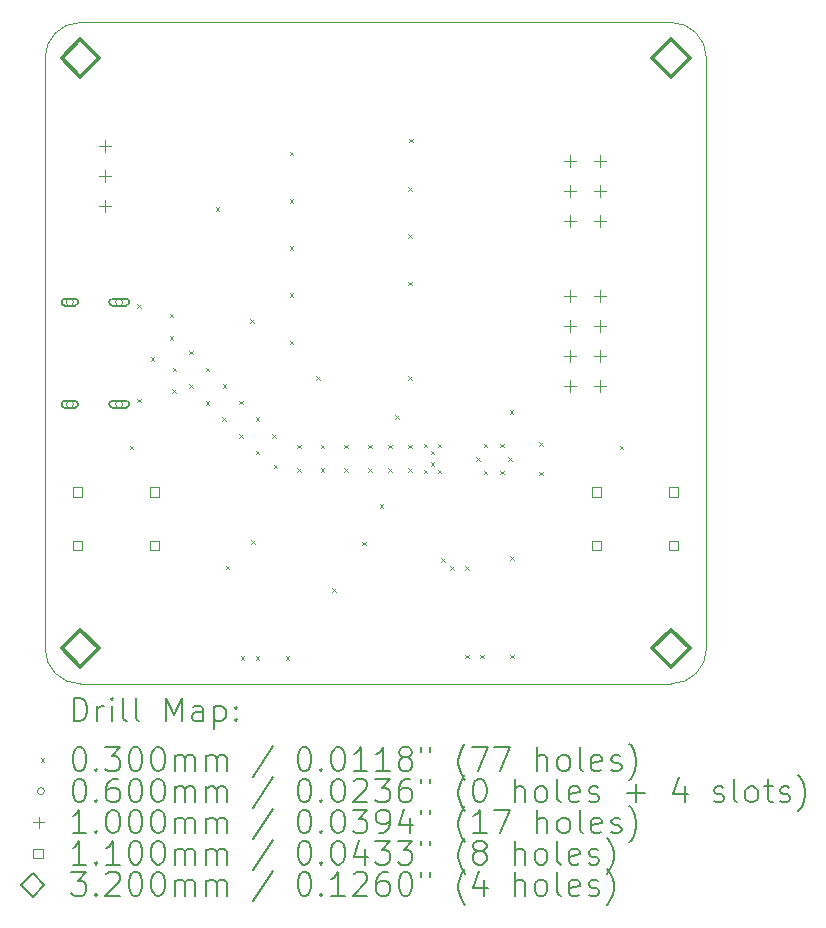
<source format=gbr>
%TF.GenerationSoftware,KiCad,Pcbnew,7.0.1*%
%TF.CreationDate,2023-12-30T18:25:07+00:00*%
%TF.ProjectId,watch_test_rig,77617463-685f-4746-9573-745f7269672e,rev?*%
%TF.SameCoordinates,Original*%
%TF.FileFunction,Drillmap*%
%TF.FilePolarity,Positive*%
%FSLAX45Y45*%
G04 Gerber Fmt 4.5, Leading zero omitted, Abs format (unit mm)*
G04 Created by KiCad (PCBNEW 7.0.1) date 2023-12-30 18:25:07*
%MOMM*%
%LPD*%
G01*
G04 APERTURE LIST*
%ADD10C,0.100000*%
%ADD11C,0.200000*%
%ADD12C,0.030000*%
%ADD13C,0.060000*%
%ADD14C,0.110000*%
%ADD15C,0.320000*%
G04 APERTURE END LIST*
D10*
X18000000Y-12300000D02*
X13000000Y-12300000D01*
X12700000Y-12000000D02*
G75*
G03*
X13000000Y-12300000I300000J0D01*
G01*
X13000000Y-6700000D02*
X18000000Y-6700000D01*
X13000000Y-6700000D02*
G75*
G03*
X12700000Y-7000000I0J-300000D01*
G01*
X12700000Y-12000000D02*
X12700000Y-7000000D01*
X18000000Y-12300000D02*
G75*
G03*
X18300000Y-12000000I0J300000D01*
G01*
X18300000Y-7000000D02*
X18300000Y-12000000D01*
X18300000Y-7000000D02*
G75*
G03*
X18000000Y-6700000I-300000J0D01*
G01*
D11*
D12*
X13415000Y-10285000D02*
X13445000Y-10315000D01*
X13445000Y-10285000D02*
X13415000Y-10315000D01*
X13481250Y-9085000D02*
X13511250Y-9115000D01*
X13511250Y-9085000D02*
X13481250Y-9115000D01*
X13481250Y-9885000D02*
X13511250Y-9915000D01*
X13511250Y-9885000D02*
X13481250Y-9915000D01*
X13595000Y-9535000D02*
X13625000Y-9565000D01*
X13625000Y-9535000D02*
X13595000Y-9565000D01*
X13755000Y-9165000D02*
X13785000Y-9195000D01*
X13785000Y-9165000D02*
X13755000Y-9195000D01*
X13755000Y-9355000D02*
X13785000Y-9385000D01*
X13785000Y-9355000D02*
X13755000Y-9385000D01*
X13775000Y-9805000D02*
X13805000Y-9835000D01*
X13805000Y-9805000D02*
X13775000Y-9835000D01*
X13779315Y-9622157D02*
X13809315Y-9652157D01*
X13809315Y-9622157D02*
X13779315Y-9652157D01*
X13920736Y-9480736D02*
X13950736Y-9510736D01*
X13950736Y-9480736D02*
X13920736Y-9510736D01*
X13920736Y-9763579D02*
X13950736Y-9793579D01*
X13950736Y-9763579D02*
X13920736Y-9793579D01*
X14062157Y-9622157D02*
X14092157Y-9652157D01*
X14092157Y-9622157D02*
X14062157Y-9652157D01*
X14062157Y-9905000D02*
X14092157Y-9935000D01*
X14092157Y-9905000D02*
X14062157Y-9935000D01*
X14143960Y-8263960D02*
X14173960Y-8293960D01*
X14173960Y-8263960D02*
X14143960Y-8293960D01*
X14200736Y-10043579D02*
X14230736Y-10073579D01*
X14230736Y-10043579D02*
X14200736Y-10073579D01*
X14203579Y-9763579D02*
X14233579Y-9793579D01*
X14233579Y-9763579D02*
X14203579Y-9793579D01*
X14231000Y-11299000D02*
X14261000Y-11329000D01*
X14261000Y-11299000D02*
X14231000Y-11329000D01*
X14342157Y-9902157D02*
X14372157Y-9932157D01*
X14372157Y-9902157D02*
X14342157Y-9932157D01*
X14342157Y-10185000D02*
X14372157Y-10215000D01*
X14372157Y-10185000D02*
X14342157Y-10215000D01*
X14358000Y-12065000D02*
X14388000Y-12095000D01*
X14388000Y-12065000D02*
X14358000Y-12095000D01*
X14435000Y-9213960D02*
X14465000Y-9243960D01*
X14465000Y-9213960D02*
X14435000Y-9243960D01*
X14445000Y-11085000D02*
X14475000Y-11115000D01*
X14475000Y-11085000D02*
X14445000Y-11115000D01*
X14483579Y-10043579D02*
X14513579Y-10073579D01*
X14513579Y-10043579D02*
X14483579Y-10073579D01*
X14483579Y-10326421D02*
X14513579Y-10356421D01*
X14513579Y-10326421D02*
X14483579Y-10356421D01*
X14485000Y-12065000D02*
X14515000Y-12095000D01*
X14515000Y-12065000D02*
X14485000Y-12095000D01*
X14625000Y-10185000D02*
X14655000Y-10215000D01*
X14655000Y-10185000D02*
X14625000Y-10215000D01*
X14635000Y-10445000D02*
X14665000Y-10475000D01*
X14665000Y-10445000D02*
X14635000Y-10475000D01*
X14739000Y-12065000D02*
X14769000Y-12095000D01*
X14769000Y-12065000D02*
X14739000Y-12095000D01*
X14772750Y-7795000D02*
X14802750Y-7825000D01*
X14802750Y-7795000D02*
X14772750Y-7825000D01*
X14772750Y-8195000D02*
X14802750Y-8225000D01*
X14802750Y-8195000D02*
X14772750Y-8225000D01*
X14772750Y-8592750D02*
X14802750Y-8622750D01*
X14802750Y-8592750D02*
X14772750Y-8622750D01*
X14772750Y-8992750D02*
X14802750Y-9022750D01*
X14802750Y-8992750D02*
X14772750Y-9022750D01*
X14772750Y-9395000D02*
X14802750Y-9425000D01*
X14802750Y-9395000D02*
X14772750Y-9425000D01*
X14835000Y-10275000D02*
X14865000Y-10305000D01*
X14865000Y-10275000D02*
X14835000Y-10305000D01*
X14835000Y-10475000D02*
X14865000Y-10505000D01*
X14865000Y-10475000D02*
X14835000Y-10505000D01*
X14994000Y-9694000D02*
X15024000Y-9724000D01*
X15024000Y-9694000D02*
X14994000Y-9724000D01*
X15035000Y-10275000D02*
X15065000Y-10305000D01*
X15065000Y-10275000D02*
X15035000Y-10305000D01*
X15035000Y-10475000D02*
X15065000Y-10505000D01*
X15065000Y-10475000D02*
X15035000Y-10505000D01*
X15130103Y-11490000D02*
X15160103Y-11520000D01*
X15160103Y-11490000D02*
X15130103Y-11520000D01*
X15235000Y-10275000D02*
X15265000Y-10305000D01*
X15265000Y-10275000D02*
X15235000Y-10305000D01*
X15235000Y-10475000D02*
X15265000Y-10505000D01*
X15265000Y-10475000D02*
X15235000Y-10505000D01*
X15385103Y-11095000D02*
X15415103Y-11125000D01*
X15415103Y-11095000D02*
X15385103Y-11125000D01*
X15435000Y-10275000D02*
X15465000Y-10305000D01*
X15465000Y-10275000D02*
X15435000Y-10305000D01*
X15435000Y-10475000D02*
X15465000Y-10505000D01*
X15465000Y-10475000D02*
X15435000Y-10505000D01*
X15535000Y-10780000D02*
X15565000Y-10810000D01*
X15565000Y-10780000D02*
X15535000Y-10810000D01*
X15605000Y-10275000D02*
X15635000Y-10305000D01*
X15635000Y-10275000D02*
X15605000Y-10305000D01*
X15605000Y-10475000D02*
X15635000Y-10505000D01*
X15635000Y-10475000D02*
X15605000Y-10505000D01*
X15665000Y-10025000D02*
X15695000Y-10055000D01*
X15695000Y-10025000D02*
X15665000Y-10055000D01*
X15775000Y-10275000D02*
X15805000Y-10305000D01*
X15805000Y-10275000D02*
X15775000Y-10305000D01*
X15775000Y-10475000D02*
X15805000Y-10505000D01*
X15805000Y-10475000D02*
X15775000Y-10505000D01*
X15776000Y-8094000D02*
X15806000Y-8124000D01*
X15806000Y-8094000D02*
X15776000Y-8124000D01*
X15776000Y-8494000D02*
X15806000Y-8524000D01*
X15806000Y-8494000D02*
X15776000Y-8524000D01*
X15776000Y-8894000D02*
X15806000Y-8924000D01*
X15806000Y-8894000D02*
X15776000Y-8924000D01*
X15776000Y-9694000D02*
X15806000Y-9724000D01*
X15806000Y-9694000D02*
X15776000Y-9724000D01*
X15785000Y-7685000D02*
X15815000Y-7715000D01*
X15815000Y-7685000D02*
X15785000Y-7715000D01*
X15905000Y-10265000D02*
X15935000Y-10295000D01*
X15935000Y-10265000D02*
X15905000Y-10295000D01*
X15905000Y-10485000D02*
X15935000Y-10515000D01*
X15935000Y-10485000D02*
X15905000Y-10515000D01*
X15965000Y-10327500D02*
X15995000Y-10357500D01*
X15995000Y-10327500D02*
X15965000Y-10357500D01*
X15965000Y-10422500D02*
X15995000Y-10452500D01*
X15995000Y-10422500D02*
X15965000Y-10452500D01*
X16025000Y-10265000D02*
X16055000Y-10295000D01*
X16055000Y-10265000D02*
X16025000Y-10295000D01*
X16025000Y-10485000D02*
X16055000Y-10515000D01*
X16055000Y-10485000D02*
X16025000Y-10515000D01*
X16055000Y-11235000D02*
X16085000Y-11265000D01*
X16085000Y-11235000D02*
X16055000Y-11265000D01*
X16131000Y-11305000D02*
X16161000Y-11335000D01*
X16161000Y-11305000D02*
X16131000Y-11335000D01*
X16258000Y-11305000D02*
X16288000Y-11335000D01*
X16288000Y-11305000D02*
X16258000Y-11335000D01*
X16258000Y-12055000D02*
X16288000Y-12085000D01*
X16288000Y-12055000D02*
X16258000Y-12085000D01*
X16348960Y-10378960D02*
X16378960Y-10408960D01*
X16378960Y-10378960D02*
X16348960Y-10408960D01*
X16385000Y-12055000D02*
X16415000Y-12085000D01*
X16415000Y-12055000D02*
X16385000Y-12085000D01*
X16415000Y-10265000D02*
X16445000Y-10295000D01*
X16445000Y-10265000D02*
X16415000Y-10295000D01*
X16415000Y-10495000D02*
X16445000Y-10525000D01*
X16445000Y-10495000D02*
X16415000Y-10525000D01*
X16555000Y-10265000D02*
X16585000Y-10295000D01*
X16585000Y-10265000D02*
X16555000Y-10295000D01*
X16555000Y-10495000D02*
X16585000Y-10525000D01*
X16585000Y-10495000D02*
X16555000Y-10525000D01*
X16621040Y-10378960D02*
X16651040Y-10408960D01*
X16651040Y-10378960D02*
X16621040Y-10408960D01*
X16635000Y-9985000D02*
X16665000Y-10015000D01*
X16665000Y-9985000D02*
X16635000Y-10015000D01*
X16639000Y-11221000D02*
X16669000Y-11251000D01*
X16669000Y-11221000D02*
X16639000Y-11251000D01*
X16639000Y-12055000D02*
X16669000Y-12085000D01*
X16669000Y-12055000D02*
X16639000Y-12085000D01*
X16883960Y-10253960D02*
X16913960Y-10283960D01*
X16913960Y-10253960D02*
X16883960Y-10283960D01*
X16885000Y-10503960D02*
X16915000Y-10533960D01*
X16915000Y-10503960D02*
X16885000Y-10533960D01*
X17565000Y-10285000D02*
X17595000Y-10315000D01*
X17595000Y-10285000D02*
X17565000Y-10315000D01*
D13*
X12940000Y-9067500D02*
G75*
G03*
X12940000Y-9067500I-30000J0D01*
G01*
D11*
X12950000Y-9037500D02*
X12870000Y-9037500D01*
X12870000Y-9037500D02*
G75*
G03*
X12870000Y-9097500I0J-30000D01*
G01*
X12870000Y-9097500D02*
X12950000Y-9097500D01*
X12950000Y-9097500D02*
G75*
G03*
X12950000Y-9037500I0J30000D01*
G01*
D13*
X12940000Y-9932500D02*
G75*
G03*
X12940000Y-9932500I-30000J0D01*
G01*
D11*
X12950000Y-9902500D02*
X12870000Y-9902500D01*
X12870000Y-9902500D02*
G75*
G03*
X12870000Y-9962500I0J-30000D01*
G01*
X12870000Y-9962500D02*
X12950000Y-9962500D01*
X12950000Y-9962500D02*
G75*
G03*
X12950000Y-9902500I0J30000D01*
G01*
D13*
X13357000Y-9067500D02*
G75*
G03*
X13357000Y-9067500I-30000J0D01*
G01*
D11*
X13382000Y-9037500D02*
X13272000Y-9037500D01*
X13272000Y-9037500D02*
G75*
G03*
X13272000Y-9097500I0J-30000D01*
G01*
X13272000Y-9097500D02*
X13382000Y-9097500D01*
X13382000Y-9097500D02*
G75*
G03*
X13382000Y-9037500I0J30000D01*
G01*
D13*
X13357000Y-9932500D02*
G75*
G03*
X13357000Y-9932500I-30000J0D01*
G01*
D11*
X13382000Y-9902500D02*
X13272000Y-9902500D01*
X13272000Y-9902500D02*
G75*
G03*
X13272000Y-9962500I0J-30000D01*
G01*
X13272000Y-9962500D02*
X13382000Y-9962500D01*
X13382000Y-9962500D02*
G75*
G03*
X13382000Y-9902500I0J30000D01*
G01*
D10*
X13208000Y-7697000D02*
X13208000Y-7797000D01*
X13158000Y-7747000D02*
X13258000Y-7747000D01*
X13208000Y-7951000D02*
X13208000Y-8051000D01*
X13158000Y-8001000D02*
X13258000Y-8001000D01*
X13208000Y-8205000D02*
X13208000Y-8305000D01*
X13158000Y-8255000D02*
X13258000Y-8255000D01*
X17144500Y-8968000D02*
X17144500Y-9068000D01*
X17094500Y-9018000D02*
X17194500Y-9018000D01*
X17144500Y-9222000D02*
X17144500Y-9322000D01*
X17094500Y-9272000D02*
X17194500Y-9272000D01*
X17144500Y-9476000D02*
X17144500Y-9576000D01*
X17094500Y-9526000D02*
X17194500Y-9526000D01*
X17144500Y-9730000D02*
X17144500Y-9830000D01*
X17094500Y-9780000D02*
X17194500Y-9780000D01*
X17145000Y-7824000D02*
X17145000Y-7924000D01*
X17095000Y-7874000D02*
X17195000Y-7874000D01*
X17145000Y-8078000D02*
X17145000Y-8178000D01*
X17095000Y-8128000D02*
X17195000Y-8128000D01*
X17145000Y-8332000D02*
X17145000Y-8432000D01*
X17095000Y-8382000D02*
X17195000Y-8382000D01*
X17398500Y-8968000D02*
X17398500Y-9068000D01*
X17348500Y-9018000D02*
X17448500Y-9018000D01*
X17398500Y-9222000D02*
X17398500Y-9322000D01*
X17348500Y-9272000D02*
X17448500Y-9272000D01*
X17398500Y-9476000D02*
X17398500Y-9576000D01*
X17348500Y-9526000D02*
X17448500Y-9526000D01*
X17398500Y-9730000D02*
X17398500Y-9830000D01*
X17348500Y-9780000D02*
X17448500Y-9780000D01*
X17399000Y-7824000D02*
X17399000Y-7924000D01*
X17349000Y-7874000D02*
X17449000Y-7874000D01*
X17399000Y-8078000D02*
X17399000Y-8178000D01*
X17349000Y-8128000D02*
X17449000Y-8128000D01*
X17399000Y-8332000D02*
X17399000Y-8432000D01*
X17349000Y-8382000D02*
X17449000Y-8382000D01*
D14*
X13013891Y-10713891D02*
X13013891Y-10636109D01*
X12936109Y-10636109D01*
X12936109Y-10713891D01*
X13013891Y-10713891D01*
X13013891Y-11163891D02*
X13013891Y-11086109D01*
X12936109Y-11086109D01*
X12936109Y-11163891D01*
X13013891Y-11163891D01*
X13663891Y-10713891D02*
X13663891Y-10636109D01*
X13586109Y-10636109D01*
X13586109Y-10713891D01*
X13663891Y-10713891D01*
X13663891Y-11163891D02*
X13663891Y-11086109D01*
X13586109Y-11086109D01*
X13586109Y-11163891D01*
X13663891Y-11163891D01*
X17408891Y-10713891D02*
X17408891Y-10636109D01*
X17331109Y-10636109D01*
X17331109Y-10713891D01*
X17408891Y-10713891D01*
X17408891Y-11163891D02*
X17408891Y-11086109D01*
X17331109Y-11086109D01*
X17331109Y-11163891D01*
X17408891Y-11163891D01*
X18058891Y-10713891D02*
X18058891Y-10636109D01*
X17981109Y-10636109D01*
X17981109Y-10713891D01*
X18058891Y-10713891D01*
X18058891Y-11163891D02*
X18058891Y-11086109D01*
X17981109Y-11086109D01*
X17981109Y-11163891D01*
X18058891Y-11163891D01*
D15*
X13000000Y-7160000D02*
X13160000Y-7000000D01*
X13000000Y-6840000D01*
X12840000Y-7000000D01*
X13000000Y-7160000D01*
X13000000Y-12160000D02*
X13160000Y-12000000D01*
X13000000Y-11840000D01*
X12840000Y-12000000D01*
X13000000Y-12160000D01*
X18000000Y-7160000D02*
X18160000Y-7000000D01*
X18000000Y-6840000D01*
X17840000Y-7000000D01*
X18000000Y-7160000D01*
X18000000Y-12160000D02*
X18160000Y-12000000D01*
X18000000Y-11840000D01*
X17840000Y-12000000D01*
X18000000Y-12160000D01*
D11*
X12942619Y-12617524D02*
X12942619Y-12417524D01*
X12942619Y-12417524D02*
X12990238Y-12417524D01*
X12990238Y-12417524D02*
X13018809Y-12427048D01*
X13018809Y-12427048D02*
X13037857Y-12446095D01*
X13037857Y-12446095D02*
X13047381Y-12465143D01*
X13047381Y-12465143D02*
X13056905Y-12503238D01*
X13056905Y-12503238D02*
X13056905Y-12531809D01*
X13056905Y-12531809D02*
X13047381Y-12569905D01*
X13047381Y-12569905D02*
X13037857Y-12588952D01*
X13037857Y-12588952D02*
X13018809Y-12608000D01*
X13018809Y-12608000D02*
X12990238Y-12617524D01*
X12990238Y-12617524D02*
X12942619Y-12617524D01*
X13142619Y-12617524D02*
X13142619Y-12484190D01*
X13142619Y-12522286D02*
X13152143Y-12503238D01*
X13152143Y-12503238D02*
X13161667Y-12493714D01*
X13161667Y-12493714D02*
X13180714Y-12484190D01*
X13180714Y-12484190D02*
X13199762Y-12484190D01*
X13266428Y-12617524D02*
X13266428Y-12484190D01*
X13266428Y-12417524D02*
X13256905Y-12427048D01*
X13256905Y-12427048D02*
X13266428Y-12436571D01*
X13266428Y-12436571D02*
X13275952Y-12427048D01*
X13275952Y-12427048D02*
X13266428Y-12417524D01*
X13266428Y-12417524D02*
X13266428Y-12436571D01*
X13390238Y-12617524D02*
X13371190Y-12608000D01*
X13371190Y-12608000D02*
X13361667Y-12588952D01*
X13361667Y-12588952D02*
X13361667Y-12417524D01*
X13495000Y-12617524D02*
X13475952Y-12608000D01*
X13475952Y-12608000D02*
X13466428Y-12588952D01*
X13466428Y-12588952D02*
X13466428Y-12417524D01*
X13723571Y-12617524D02*
X13723571Y-12417524D01*
X13723571Y-12417524D02*
X13790238Y-12560381D01*
X13790238Y-12560381D02*
X13856905Y-12417524D01*
X13856905Y-12417524D02*
X13856905Y-12617524D01*
X14037857Y-12617524D02*
X14037857Y-12512762D01*
X14037857Y-12512762D02*
X14028333Y-12493714D01*
X14028333Y-12493714D02*
X14009286Y-12484190D01*
X14009286Y-12484190D02*
X13971190Y-12484190D01*
X13971190Y-12484190D02*
X13952143Y-12493714D01*
X14037857Y-12608000D02*
X14018809Y-12617524D01*
X14018809Y-12617524D02*
X13971190Y-12617524D01*
X13971190Y-12617524D02*
X13952143Y-12608000D01*
X13952143Y-12608000D02*
X13942619Y-12588952D01*
X13942619Y-12588952D02*
X13942619Y-12569905D01*
X13942619Y-12569905D02*
X13952143Y-12550857D01*
X13952143Y-12550857D02*
X13971190Y-12541333D01*
X13971190Y-12541333D02*
X14018809Y-12541333D01*
X14018809Y-12541333D02*
X14037857Y-12531809D01*
X14133095Y-12484190D02*
X14133095Y-12684190D01*
X14133095Y-12493714D02*
X14152143Y-12484190D01*
X14152143Y-12484190D02*
X14190238Y-12484190D01*
X14190238Y-12484190D02*
X14209286Y-12493714D01*
X14209286Y-12493714D02*
X14218809Y-12503238D01*
X14218809Y-12503238D02*
X14228333Y-12522286D01*
X14228333Y-12522286D02*
X14228333Y-12579428D01*
X14228333Y-12579428D02*
X14218809Y-12598476D01*
X14218809Y-12598476D02*
X14209286Y-12608000D01*
X14209286Y-12608000D02*
X14190238Y-12617524D01*
X14190238Y-12617524D02*
X14152143Y-12617524D01*
X14152143Y-12617524D02*
X14133095Y-12608000D01*
X14314048Y-12598476D02*
X14323571Y-12608000D01*
X14323571Y-12608000D02*
X14314048Y-12617524D01*
X14314048Y-12617524D02*
X14304524Y-12608000D01*
X14304524Y-12608000D02*
X14314048Y-12598476D01*
X14314048Y-12598476D02*
X14314048Y-12617524D01*
X14314048Y-12493714D02*
X14323571Y-12503238D01*
X14323571Y-12503238D02*
X14314048Y-12512762D01*
X14314048Y-12512762D02*
X14304524Y-12503238D01*
X14304524Y-12503238D02*
X14314048Y-12493714D01*
X14314048Y-12493714D02*
X14314048Y-12512762D01*
D12*
X12665000Y-12930000D02*
X12695000Y-12960000D01*
X12695000Y-12930000D02*
X12665000Y-12960000D01*
D11*
X12980714Y-12837524D02*
X12999762Y-12837524D01*
X12999762Y-12837524D02*
X13018809Y-12847048D01*
X13018809Y-12847048D02*
X13028333Y-12856571D01*
X13028333Y-12856571D02*
X13037857Y-12875619D01*
X13037857Y-12875619D02*
X13047381Y-12913714D01*
X13047381Y-12913714D02*
X13047381Y-12961333D01*
X13047381Y-12961333D02*
X13037857Y-12999428D01*
X13037857Y-12999428D02*
X13028333Y-13018476D01*
X13028333Y-13018476D02*
X13018809Y-13028000D01*
X13018809Y-13028000D02*
X12999762Y-13037524D01*
X12999762Y-13037524D02*
X12980714Y-13037524D01*
X12980714Y-13037524D02*
X12961667Y-13028000D01*
X12961667Y-13028000D02*
X12952143Y-13018476D01*
X12952143Y-13018476D02*
X12942619Y-12999428D01*
X12942619Y-12999428D02*
X12933095Y-12961333D01*
X12933095Y-12961333D02*
X12933095Y-12913714D01*
X12933095Y-12913714D02*
X12942619Y-12875619D01*
X12942619Y-12875619D02*
X12952143Y-12856571D01*
X12952143Y-12856571D02*
X12961667Y-12847048D01*
X12961667Y-12847048D02*
X12980714Y-12837524D01*
X13133095Y-13018476D02*
X13142619Y-13028000D01*
X13142619Y-13028000D02*
X13133095Y-13037524D01*
X13133095Y-13037524D02*
X13123571Y-13028000D01*
X13123571Y-13028000D02*
X13133095Y-13018476D01*
X13133095Y-13018476D02*
X13133095Y-13037524D01*
X13209286Y-12837524D02*
X13333095Y-12837524D01*
X13333095Y-12837524D02*
X13266428Y-12913714D01*
X13266428Y-12913714D02*
X13295000Y-12913714D01*
X13295000Y-12913714D02*
X13314048Y-12923238D01*
X13314048Y-12923238D02*
X13323571Y-12932762D01*
X13323571Y-12932762D02*
X13333095Y-12951809D01*
X13333095Y-12951809D02*
X13333095Y-12999428D01*
X13333095Y-12999428D02*
X13323571Y-13018476D01*
X13323571Y-13018476D02*
X13314048Y-13028000D01*
X13314048Y-13028000D02*
X13295000Y-13037524D01*
X13295000Y-13037524D02*
X13237857Y-13037524D01*
X13237857Y-13037524D02*
X13218809Y-13028000D01*
X13218809Y-13028000D02*
X13209286Y-13018476D01*
X13456905Y-12837524D02*
X13475952Y-12837524D01*
X13475952Y-12837524D02*
X13495000Y-12847048D01*
X13495000Y-12847048D02*
X13504524Y-12856571D01*
X13504524Y-12856571D02*
X13514048Y-12875619D01*
X13514048Y-12875619D02*
X13523571Y-12913714D01*
X13523571Y-12913714D02*
X13523571Y-12961333D01*
X13523571Y-12961333D02*
X13514048Y-12999428D01*
X13514048Y-12999428D02*
X13504524Y-13018476D01*
X13504524Y-13018476D02*
X13495000Y-13028000D01*
X13495000Y-13028000D02*
X13475952Y-13037524D01*
X13475952Y-13037524D02*
X13456905Y-13037524D01*
X13456905Y-13037524D02*
X13437857Y-13028000D01*
X13437857Y-13028000D02*
X13428333Y-13018476D01*
X13428333Y-13018476D02*
X13418809Y-12999428D01*
X13418809Y-12999428D02*
X13409286Y-12961333D01*
X13409286Y-12961333D02*
X13409286Y-12913714D01*
X13409286Y-12913714D02*
X13418809Y-12875619D01*
X13418809Y-12875619D02*
X13428333Y-12856571D01*
X13428333Y-12856571D02*
X13437857Y-12847048D01*
X13437857Y-12847048D02*
X13456905Y-12837524D01*
X13647381Y-12837524D02*
X13666429Y-12837524D01*
X13666429Y-12837524D02*
X13685476Y-12847048D01*
X13685476Y-12847048D02*
X13695000Y-12856571D01*
X13695000Y-12856571D02*
X13704524Y-12875619D01*
X13704524Y-12875619D02*
X13714048Y-12913714D01*
X13714048Y-12913714D02*
X13714048Y-12961333D01*
X13714048Y-12961333D02*
X13704524Y-12999428D01*
X13704524Y-12999428D02*
X13695000Y-13018476D01*
X13695000Y-13018476D02*
X13685476Y-13028000D01*
X13685476Y-13028000D02*
X13666429Y-13037524D01*
X13666429Y-13037524D02*
X13647381Y-13037524D01*
X13647381Y-13037524D02*
X13628333Y-13028000D01*
X13628333Y-13028000D02*
X13618809Y-13018476D01*
X13618809Y-13018476D02*
X13609286Y-12999428D01*
X13609286Y-12999428D02*
X13599762Y-12961333D01*
X13599762Y-12961333D02*
X13599762Y-12913714D01*
X13599762Y-12913714D02*
X13609286Y-12875619D01*
X13609286Y-12875619D02*
X13618809Y-12856571D01*
X13618809Y-12856571D02*
X13628333Y-12847048D01*
X13628333Y-12847048D02*
X13647381Y-12837524D01*
X13799762Y-13037524D02*
X13799762Y-12904190D01*
X13799762Y-12923238D02*
X13809286Y-12913714D01*
X13809286Y-12913714D02*
X13828333Y-12904190D01*
X13828333Y-12904190D02*
X13856905Y-12904190D01*
X13856905Y-12904190D02*
X13875952Y-12913714D01*
X13875952Y-12913714D02*
X13885476Y-12932762D01*
X13885476Y-12932762D02*
X13885476Y-13037524D01*
X13885476Y-12932762D02*
X13895000Y-12913714D01*
X13895000Y-12913714D02*
X13914048Y-12904190D01*
X13914048Y-12904190D02*
X13942619Y-12904190D01*
X13942619Y-12904190D02*
X13961667Y-12913714D01*
X13961667Y-12913714D02*
X13971190Y-12932762D01*
X13971190Y-12932762D02*
X13971190Y-13037524D01*
X14066429Y-13037524D02*
X14066429Y-12904190D01*
X14066429Y-12923238D02*
X14075952Y-12913714D01*
X14075952Y-12913714D02*
X14095000Y-12904190D01*
X14095000Y-12904190D02*
X14123571Y-12904190D01*
X14123571Y-12904190D02*
X14142619Y-12913714D01*
X14142619Y-12913714D02*
X14152143Y-12932762D01*
X14152143Y-12932762D02*
X14152143Y-13037524D01*
X14152143Y-12932762D02*
X14161667Y-12913714D01*
X14161667Y-12913714D02*
X14180714Y-12904190D01*
X14180714Y-12904190D02*
X14209286Y-12904190D01*
X14209286Y-12904190D02*
X14228333Y-12913714D01*
X14228333Y-12913714D02*
X14237857Y-12932762D01*
X14237857Y-12932762D02*
X14237857Y-13037524D01*
X14628333Y-12828000D02*
X14456905Y-13085143D01*
X14885476Y-12837524D02*
X14904524Y-12837524D01*
X14904524Y-12837524D02*
X14923572Y-12847048D01*
X14923572Y-12847048D02*
X14933095Y-12856571D01*
X14933095Y-12856571D02*
X14942619Y-12875619D01*
X14942619Y-12875619D02*
X14952143Y-12913714D01*
X14952143Y-12913714D02*
X14952143Y-12961333D01*
X14952143Y-12961333D02*
X14942619Y-12999428D01*
X14942619Y-12999428D02*
X14933095Y-13018476D01*
X14933095Y-13018476D02*
X14923572Y-13028000D01*
X14923572Y-13028000D02*
X14904524Y-13037524D01*
X14904524Y-13037524D02*
X14885476Y-13037524D01*
X14885476Y-13037524D02*
X14866429Y-13028000D01*
X14866429Y-13028000D02*
X14856905Y-13018476D01*
X14856905Y-13018476D02*
X14847381Y-12999428D01*
X14847381Y-12999428D02*
X14837857Y-12961333D01*
X14837857Y-12961333D02*
X14837857Y-12913714D01*
X14837857Y-12913714D02*
X14847381Y-12875619D01*
X14847381Y-12875619D02*
X14856905Y-12856571D01*
X14856905Y-12856571D02*
X14866429Y-12847048D01*
X14866429Y-12847048D02*
X14885476Y-12837524D01*
X15037857Y-13018476D02*
X15047381Y-13028000D01*
X15047381Y-13028000D02*
X15037857Y-13037524D01*
X15037857Y-13037524D02*
X15028333Y-13028000D01*
X15028333Y-13028000D02*
X15037857Y-13018476D01*
X15037857Y-13018476D02*
X15037857Y-13037524D01*
X15171191Y-12837524D02*
X15190238Y-12837524D01*
X15190238Y-12837524D02*
X15209286Y-12847048D01*
X15209286Y-12847048D02*
X15218810Y-12856571D01*
X15218810Y-12856571D02*
X15228333Y-12875619D01*
X15228333Y-12875619D02*
X15237857Y-12913714D01*
X15237857Y-12913714D02*
X15237857Y-12961333D01*
X15237857Y-12961333D02*
X15228333Y-12999428D01*
X15228333Y-12999428D02*
X15218810Y-13018476D01*
X15218810Y-13018476D02*
X15209286Y-13028000D01*
X15209286Y-13028000D02*
X15190238Y-13037524D01*
X15190238Y-13037524D02*
X15171191Y-13037524D01*
X15171191Y-13037524D02*
X15152143Y-13028000D01*
X15152143Y-13028000D02*
X15142619Y-13018476D01*
X15142619Y-13018476D02*
X15133095Y-12999428D01*
X15133095Y-12999428D02*
X15123572Y-12961333D01*
X15123572Y-12961333D02*
X15123572Y-12913714D01*
X15123572Y-12913714D02*
X15133095Y-12875619D01*
X15133095Y-12875619D02*
X15142619Y-12856571D01*
X15142619Y-12856571D02*
X15152143Y-12847048D01*
X15152143Y-12847048D02*
X15171191Y-12837524D01*
X15428333Y-13037524D02*
X15314048Y-13037524D01*
X15371191Y-13037524D02*
X15371191Y-12837524D01*
X15371191Y-12837524D02*
X15352143Y-12866095D01*
X15352143Y-12866095D02*
X15333095Y-12885143D01*
X15333095Y-12885143D02*
X15314048Y-12894667D01*
X15618810Y-13037524D02*
X15504524Y-13037524D01*
X15561667Y-13037524D02*
X15561667Y-12837524D01*
X15561667Y-12837524D02*
X15542619Y-12866095D01*
X15542619Y-12866095D02*
X15523572Y-12885143D01*
X15523572Y-12885143D02*
X15504524Y-12894667D01*
X15733095Y-12923238D02*
X15714048Y-12913714D01*
X15714048Y-12913714D02*
X15704524Y-12904190D01*
X15704524Y-12904190D02*
X15695000Y-12885143D01*
X15695000Y-12885143D02*
X15695000Y-12875619D01*
X15695000Y-12875619D02*
X15704524Y-12856571D01*
X15704524Y-12856571D02*
X15714048Y-12847048D01*
X15714048Y-12847048D02*
X15733095Y-12837524D01*
X15733095Y-12837524D02*
X15771191Y-12837524D01*
X15771191Y-12837524D02*
X15790238Y-12847048D01*
X15790238Y-12847048D02*
X15799762Y-12856571D01*
X15799762Y-12856571D02*
X15809286Y-12875619D01*
X15809286Y-12875619D02*
X15809286Y-12885143D01*
X15809286Y-12885143D02*
X15799762Y-12904190D01*
X15799762Y-12904190D02*
X15790238Y-12913714D01*
X15790238Y-12913714D02*
X15771191Y-12923238D01*
X15771191Y-12923238D02*
X15733095Y-12923238D01*
X15733095Y-12923238D02*
X15714048Y-12932762D01*
X15714048Y-12932762D02*
X15704524Y-12942286D01*
X15704524Y-12942286D02*
X15695000Y-12961333D01*
X15695000Y-12961333D02*
X15695000Y-12999428D01*
X15695000Y-12999428D02*
X15704524Y-13018476D01*
X15704524Y-13018476D02*
X15714048Y-13028000D01*
X15714048Y-13028000D02*
X15733095Y-13037524D01*
X15733095Y-13037524D02*
X15771191Y-13037524D01*
X15771191Y-13037524D02*
X15790238Y-13028000D01*
X15790238Y-13028000D02*
X15799762Y-13018476D01*
X15799762Y-13018476D02*
X15809286Y-12999428D01*
X15809286Y-12999428D02*
X15809286Y-12961333D01*
X15809286Y-12961333D02*
X15799762Y-12942286D01*
X15799762Y-12942286D02*
X15790238Y-12932762D01*
X15790238Y-12932762D02*
X15771191Y-12923238D01*
X15885476Y-12837524D02*
X15885476Y-12875619D01*
X15961667Y-12837524D02*
X15961667Y-12875619D01*
X16256905Y-13113714D02*
X16247381Y-13104190D01*
X16247381Y-13104190D02*
X16228334Y-13075619D01*
X16228334Y-13075619D02*
X16218810Y-13056571D01*
X16218810Y-13056571D02*
X16209286Y-13028000D01*
X16209286Y-13028000D02*
X16199762Y-12980381D01*
X16199762Y-12980381D02*
X16199762Y-12942286D01*
X16199762Y-12942286D02*
X16209286Y-12894667D01*
X16209286Y-12894667D02*
X16218810Y-12866095D01*
X16218810Y-12866095D02*
X16228334Y-12847048D01*
X16228334Y-12847048D02*
X16247381Y-12818476D01*
X16247381Y-12818476D02*
X16256905Y-12808952D01*
X16314048Y-12837524D02*
X16447381Y-12837524D01*
X16447381Y-12837524D02*
X16361667Y-13037524D01*
X16504524Y-12837524D02*
X16637857Y-12837524D01*
X16637857Y-12837524D02*
X16552143Y-13037524D01*
X16866429Y-13037524D02*
X16866429Y-12837524D01*
X16952143Y-13037524D02*
X16952143Y-12932762D01*
X16952143Y-12932762D02*
X16942619Y-12913714D01*
X16942619Y-12913714D02*
X16923572Y-12904190D01*
X16923572Y-12904190D02*
X16895000Y-12904190D01*
X16895000Y-12904190D02*
X16875953Y-12913714D01*
X16875953Y-12913714D02*
X16866429Y-12923238D01*
X17075953Y-13037524D02*
X17056905Y-13028000D01*
X17056905Y-13028000D02*
X17047381Y-13018476D01*
X17047381Y-13018476D02*
X17037858Y-12999428D01*
X17037858Y-12999428D02*
X17037858Y-12942286D01*
X17037858Y-12942286D02*
X17047381Y-12923238D01*
X17047381Y-12923238D02*
X17056905Y-12913714D01*
X17056905Y-12913714D02*
X17075953Y-12904190D01*
X17075953Y-12904190D02*
X17104524Y-12904190D01*
X17104524Y-12904190D02*
X17123572Y-12913714D01*
X17123572Y-12913714D02*
X17133096Y-12923238D01*
X17133096Y-12923238D02*
X17142619Y-12942286D01*
X17142619Y-12942286D02*
X17142619Y-12999428D01*
X17142619Y-12999428D02*
X17133096Y-13018476D01*
X17133096Y-13018476D02*
X17123572Y-13028000D01*
X17123572Y-13028000D02*
X17104524Y-13037524D01*
X17104524Y-13037524D02*
X17075953Y-13037524D01*
X17256905Y-13037524D02*
X17237858Y-13028000D01*
X17237858Y-13028000D02*
X17228334Y-13008952D01*
X17228334Y-13008952D02*
X17228334Y-12837524D01*
X17409286Y-13028000D02*
X17390239Y-13037524D01*
X17390239Y-13037524D02*
X17352143Y-13037524D01*
X17352143Y-13037524D02*
X17333096Y-13028000D01*
X17333096Y-13028000D02*
X17323572Y-13008952D01*
X17323572Y-13008952D02*
X17323572Y-12932762D01*
X17323572Y-12932762D02*
X17333096Y-12913714D01*
X17333096Y-12913714D02*
X17352143Y-12904190D01*
X17352143Y-12904190D02*
X17390239Y-12904190D01*
X17390239Y-12904190D02*
X17409286Y-12913714D01*
X17409286Y-12913714D02*
X17418810Y-12932762D01*
X17418810Y-12932762D02*
X17418810Y-12951809D01*
X17418810Y-12951809D02*
X17323572Y-12970857D01*
X17495000Y-13028000D02*
X17514048Y-13037524D01*
X17514048Y-13037524D02*
X17552143Y-13037524D01*
X17552143Y-13037524D02*
X17571191Y-13028000D01*
X17571191Y-13028000D02*
X17580715Y-13008952D01*
X17580715Y-13008952D02*
X17580715Y-12999428D01*
X17580715Y-12999428D02*
X17571191Y-12980381D01*
X17571191Y-12980381D02*
X17552143Y-12970857D01*
X17552143Y-12970857D02*
X17523572Y-12970857D01*
X17523572Y-12970857D02*
X17504524Y-12961333D01*
X17504524Y-12961333D02*
X17495000Y-12942286D01*
X17495000Y-12942286D02*
X17495000Y-12932762D01*
X17495000Y-12932762D02*
X17504524Y-12913714D01*
X17504524Y-12913714D02*
X17523572Y-12904190D01*
X17523572Y-12904190D02*
X17552143Y-12904190D01*
X17552143Y-12904190D02*
X17571191Y-12913714D01*
X17647381Y-13113714D02*
X17656905Y-13104190D01*
X17656905Y-13104190D02*
X17675953Y-13075619D01*
X17675953Y-13075619D02*
X17685477Y-13056571D01*
X17685477Y-13056571D02*
X17695000Y-13028000D01*
X17695000Y-13028000D02*
X17704524Y-12980381D01*
X17704524Y-12980381D02*
X17704524Y-12942286D01*
X17704524Y-12942286D02*
X17695000Y-12894667D01*
X17695000Y-12894667D02*
X17685477Y-12866095D01*
X17685477Y-12866095D02*
X17675953Y-12847048D01*
X17675953Y-12847048D02*
X17656905Y-12818476D01*
X17656905Y-12818476D02*
X17647381Y-12808952D01*
D13*
X12695000Y-13209000D02*
G75*
G03*
X12695000Y-13209000I-30000J0D01*
G01*
D11*
X12980714Y-13101524D02*
X12999762Y-13101524D01*
X12999762Y-13101524D02*
X13018809Y-13111048D01*
X13018809Y-13111048D02*
X13028333Y-13120571D01*
X13028333Y-13120571D02*
X13037857Y-13139619D01*
X13037857Y-13139619D02*
X13047381Y-13177714D01*
X13047381Y-13177714D02*
X13047381Y-13225333D01*
X13047381Y-13225333D02*
X13037857Y-13263428D01*
X13037857Y-13263428D02*
X13028333Y-13282476D01*
X13028333Y-13282476D02*
X13018809Y-13292000D01*
X13018809Y-13292000D02*
X12999762Y-13301524D01*
X12999762Y-13301524D02*
X12980714Y-13301524D01*
X12980714Y-13301524D02*
X12961667Y-13292000D01*
X12961667Y-13292000D02*
X12952143Y-13282476D01*
X12952143Y-13282476D02*
X12942619Y-13263428D01*
X12942619Y-13263428D02*
X12933095Y-13225333D01*
X12933095Y-13225333D02*
X12933095Y-13177714D01*
X12933095Y-13177714D02*
X12942619Y-13139619D01*
X12942619Y-13139619D02*
X12952143Y-13120571D01*
X12952143Y-13120571D02*
X12961667Y-13111048D01*
X12961667Y-13111048D02*
X12980714Y-13101524D01*
X13133095Y-13282476D02*
X13142619Y-13292000D01*
X13142619Y-13292000D02*
X13133095Y-13301524D01*
X13133095Y-13301524D02*
X13123571Y-13292000D01*
X13123571Y-13292000D02*
X13133095Y-13282476D01*
X13133095Y-13282476D02*
X13133095Y-13301524D01*
X13314048Y-13101524D02*
X13275952Y-13101524D01*
X13275952Y-13101524D02*
X13256905Y-13111048D01*
X13256905Y-13111048D02*
X13247381Y-13120571D01*
X13247381Y-13120571D02*
X13228333Y-13149143D01*
X13228333Y-13149143D02*
X13218809Y-13187238D01*
X13218809Y-13187238D02*
X13218809Y-13263428D01*
X13218809Y-13263428D02*
X13228333Y-13282476D01*
X13228333Y-13282476D02*
X13237857Y-13292000D01*
X13237857Y-13292000D02*
X13256905Y-13301524D01*
X13256905Y-13301524D02*
X13295000Y-13301524D01*
X13295000Y-13301524D02*
X13314048Y-13292000D01*
X13314048Y-13292000D02*
X13323571Y-13282476D01*
X13323571Y-13282476D02*
X13333095Y-13263428D01*
X13333095Y-13263428D02*
X13333095Y-13215809D01*
X13333095Y-13215809D02*
X13323571Y-13196762D01*
X13323571Y-13196762D02*
X13314048Y-13187238D01*
X13314048Y-13187238D02*
X13295000Y-13177714D01*
X13295000Y-13177714D02*
X13256905Y-13177714D01*
X13256905Y-13177714D02*
X13237857Y-13187238D01*
X13237857Y-13187238D02*
X13228333Y-13196762D01*
X13228333Y-13196762D02*
X13218809Y-13215809D01*
X13456905Y-13101524D02*
X13475952Y-13101524D01*
X13475952Y-13101524D02*
X13495000Y-13111048D01*
X13495000Y-13111048D02*
X13504524Y-13120571D01*
X13504524Y-13120571D02*
X13514048Y-13139619D01*
X13514048Y-13139619D02*
X13523571Y-13177714D01*
X13523571Y-13177714D02*
X13523571Y-13225333D01*
X13523571Y-13225333D02*
X13514048Y-13263428D01*
X13514048Y-13263428D02*
X13504524Y-13282476D01*
X13504524Y-13282476D02*
X13495000Y-13292000D01*
X13495000Y-13292000D02*
X13475952Y-13301524D01*
X13475952Y-13301524D02*
X13456905Y-13301524D01*
X13456905Y-13301524D02*
X13437857Y-13292000D01*
X13437857Y-13292000D02*
X13428333Y-13282476D01*
X13428333Y-13282476D02*
X13418809Y-13263428D01*
X13418809Y-13263428D02*
X13409286Y-13225333D01*
X13409286Y-13225333D02*
X13409286Y-13177714D01*
X13409286Y-13177714D02*
X13418809Y-13139619D01*
X13418809Y-13139619D02*
X13428333Y-13120571D01*
X13428333Y-13120571D02*
X13437857Y-13111048D01*
X13437857Y-13111048D02*
X13456905Y-13101524D01*
X13647381Y-13101524D02*
X13666429Y-13101524D01*
X13666429Y-13101524D02*
X13685476Y-13111048D01*
X13685476Y-13111048D02*
X13695000Y-13120571D01*
X13695000Y-13120571D02*
X13704524Y-13139619D01*
X13704524Y-13139619D02*
X13714048Y-13177714D01*
X13714048Y-13177714D02*
X13714048Y-13225333D01*
X13714048Y-13225333D02*
X13704524Y-13263428D01*
X13704524Y-13263428D02*
X13695000Y-13282476D01*
X13695000Y-13282476D02*
X13685476Y-13292000D01*
X13685476Y-13292000D02*
X13666429Y-13301524D01*
X13666429Y-13301524D02*
X13647381Y-13301524D01*
X13647381Y-13301524D02*
X13628333Y-13292000D01*
X13628333Y-13292000D02*
X13618809Y-13282476D01*
X13618809Y-13282476D02*
X13609286Y-13263428D01*
X13609286Y-13263428D02*
X13599762Y-13225333D01*
X13599762Y-13225333D02*
X13599762Y-13177714D01*
X13599762Y-13177714D02*
X13609286Y-13139619D01*
X13609286Y-13139619D02*
X13618809Y-13120571D01*
X13618809Y-13120571D02*
X13628333Y-13111048D01*
X13628333Y-13111048D02*
X13647381Y-13101524D01*
X13799762Y-13301524D02*
X13799762Y-13168190D01*
X13799762Y-13187238D02*
X13809286Y-13177714D01*
X13809286Y-13177714D02*
X13828333Y-13168190D01*
X13828333Y-13168190D02*
X13856905Y-13168190D01*
X13856905Y-13168190D02*
X13875952Y-13177714D01*
X13875952Y-13177714D02*
X13885476Y-13196762D01*
X13885476Y-13196762D02*
X13885476Y-13301524D01*
X13885476Y-13196762D02*
X13895000Y-13177714D01*
X13895000Y-13177714D02*
X13914048Y-13168190D01*
X13914048Y-13168190D02*
X13942619Y-13168190D01*
X13942619Y-13168190D02*
X13961667Y-13177714D01*
X13961667Y-13177714D02*
X13971190Y-13196762D01*
X13971190Y-13196762D02*
X13971190Y-13301524D01*
X14066429Y-13301524D02*
X14066429Y-13168190D01*
X14066429Y-13187238D02*
X14075952Y-13177714D01*
X14075952Y-13177714D02*
X14095000Y-13168190D01*
X14095000Y-13168190D02*
X14123571Y-13168190D01*
X14123571Y-13168190D02*
X14142619Y-13177714D01*
X14142619Y-13177714D02*
X14152143Y-13196762D01*
X14152143Y-13196762D02*
X14152143Y-13301524D01*
X14152143Y-13196762D02*
X14161667Y-13177714D01*
X14161667Y-13177714D02*
X14180714Y-13168190D01*
X14180714Y-13168190D02*
X14209286Y-13168190D01*
X14209286Y-13168190D02*
X14228333Y-13177714D01*
X14228333Y-13177714D02*
X14237857Y-13196762D01*
X14237857Y-13196762D02*
X14237857Y-13301524D01*
X14628333Y-13092000D02*
X14456905Y-13349143D01*
X14885476Y-13101524D02*
X14904524Y-13101524D01*
X14904524Y-13101524D02*
X14923572Y-13111048D01*
X14923572Y-13111048D02*
X14933095Y-13120571D01*
X14933095Y-13120571D02*
X14942619Y-13139619D01*
X14942619Y-13139619D02*
X14952143Y-13177714D01*
X14952143Y-13177714D02*
X14952143Y-13225333D01*
X14952143Y-13225333D02*
X14942619Y-13263428D01*
X14942619Y-13263428D02*
X14933095Y-13282476D01*
X14933095Y-13282476D02*
X14923572Y-13292000D01*
X14923572Y-13292000D02*
X14904524Y-13301524D01*
X14904524Y-13301524D02*
X14885476Y-13301524D01*
X14885476Y-13301524D02*
X14866429Y-13292000D01*
X14866429Y-13292000D02*
X14856905Y-13282476D01*
X14856905Y-13282476D02*
X14847381Y-13263428D01*
X14847381Y-13263428D02*
X14837857Y-13225333D01*
X14837857Y-13225333D02*
X14837857Y-13177714D01*
X14837857Y-13177714D02*
X14847381Y-13139619D01*
X14847381Y-13139619D02*
X14856905Y-13120571D01*
X14856905Y-13120571D02*
X14866429Y-13111048D01*
X14866429Y-13111048D02*
X14885476Y-13101524D01*
X15037857Y-13282476D02*
X15047381Y-13292000D01*
X15047381Y-13292000D02*
X15037857Y-13301524D01*
X15037857Y-13301524D02*
X15028333Y-13292000D01*
X15028333Y-13292000D02*
X15037857Y-13282476D01*
X15037857Y-13282476D02*
X15037857Y-13301524D01*
X15171191Y-13101524D02*
X15190238Y-13101524D01*
X15190238Y-13101524D02*
X15209286Y-13111048D01*
X15209286Y-13111048D02*
X15218810Y-13120571D01*
X15218810Y-13120571D02*
X15228333Y-13139619D01*
X15228333Y-13139619D02*
X15237857Y-13177714D01*
X15237857Y-13177714D02*
X15237857Y-13225333D01*
X15237857Y-13225333D02*
X15228333Y-13263428D01*
X15228333Y-13263428D02*
X15218810Y-13282476D01*
X15218810Y-13282476D02*
X15209286Y-13292000D01*
X15209286Y-13292000D02*
X15190238Y-13301524D01*
X15190238Y-13301524D02*
X15171191Y-13301524D01*
X15171191Y-13301524D02*
X15152143Y-13292000D01*
X15152143Y-13292000D02*
X15142619Y-13282476D01*
X15142619Y-13282476D02*
X15133095Y-13263428D01*
X15133095Y-13263428D02*
X15123572Y-13225333D01*
X15123572Y-13225333D02*
X15123572Y-13177714D01*
X15123572Y-13177714D02*
X15133095Y-13139619D01*
X15133095Y-13139619D02*
X15142619Y-13120571D01*
X15142619Y-13120571D02*
X15152143Y-13111048D01*
X15152143Y-13111048D02*
X15171191Y-13101524D01*
X15314048Y-13120571D02*
X15323572Y-13111048D01*
X15323572Y-13111048D02*
X15342619Y-13101524D01*
X15342619Y-13101524D02*
X15390238Y-13101524D01*
X15390238Y-13101524D02*
X15409286Y-13111048D01*
X15409286Y-13111048D02*
X15418810Y-13120571D01*
X15418810Y-13120571D02*
X15428333Y-13139619D01*
X15428333Y-13139619D02*
X15428333Y-13158667D01*
X15428333Y-13158667D02*
X15418810Y-13187238D01*
X15418810Y-13187238D02*
X15304524Y-13301524D01*
X15304524Y-13301524D02*
X15428333Y-13301524D01*
X15495000Y-13101524D02*
X15618810Y-13101524D01*
X15618810Y-13101524D02*
X15552143Y-13177714D01*
X15552143Y-13177714D02*
X15580714Y-13177714D01*
X15580714Y-13177714D02*
X15599762Y-13187238D01*
X15599762Y-13187238D02*
X15609286Y-13196762D01*
X15609286Y-13196762D02*
X15618810Y-13215809D01*
X15618810Y-13215809D02*
X15618810Y-13263428D01*
X15618810Y-13263428D02*
X15609286Y-13282476D01*
X15609286Y-13282476D02*
X15599762Y-13292000D01*
X15599762Y-13292000D02*
X15580714Y-13301524D01*
X15580714Y-13301524D02*
X15523572Y-13301524D01*
X15523572Y-13301524D02*
X15504524Y-13292000D01*
X15504524Y-13292000D02*
X15495000Y-13282476D01*
X15790238Y-13101524D02*
X15752143Y-13101524D01*
X15752143Y-13101524D02*
X15733095Y-13111048D01*
X15733095Y-13111048D02*
X15723572Y-13120571D01*
X15723572Y-13120571D02*
X15704524Y-13149143D01*
X15704524Y-13149143D02*
X15695000Y-13187238D01*
X15695000Y-13187238D02*
X15695000Y-13263428D01*
X15695000Y-13263428D02*
X15704524Y-13282476D01*
X15704524Y-13282476D02*
X15714048Y-13292000D01*
X15714048Y-13292000D02*
X15733095Y-13301524D01*
X15733095Y-13301524D02*
X15771191Y-13301524D01*
X15771191Y-13301524D02*
X15790238Y-13292000D01*
X15790238Y-13292000D02*
X15799762Y-13282476D01*
X15799762Y-13282476D02*
X15809286Y-13263428D01*
X15809286Y-13263428D02*
X15809286Y-13215809D01*
X15809286Y-13215809D02*
X15799762Y-13196762D01*
X15799762Y-13196762D02*
X15790238Y-13187238D01*
X15790238Y-13187238D02*
X15771191Y-13177714D01*
X15771191Y-13177714D02*
X15733095Y-13177714D01*
X15733095Y-13177714D02*
X15714048Y-13187238D01*
X15714048Y-13187238D02*
X15704524Y-13196762D01*
X15704524Y-13196762D02*
X15695000Y-13215809D01*
X15885476Y-13101524D02*
X15885476Y-13139619D01*
X15961667Y-13101524D02*
X15961667Y-13139619D01*
X16256905Y-13377714D02*
X16247381Y-13368190D01*
X16247381Y-13368190D02*
X16228334Y-13339619D01*
X16228334Y-13339619D02*
X16218810Y-13320571D01*
X16218810Y-13320571D02*
X16209286Y-13292000D01*
X16209286Y-13292000D02*
X16199762Y-13244381D01*
X16199762Y-13244381D02*
X16199762Y-13206286D01*
X16199762Y-13206286D02*
X16209286Y-13158667D01*
X16209286Y-13158667D02*
X16218810Y-13130095D01*
X16218810Y-13130095D02*
X16228334Y-13111048D01*
X16228334Y-13111048D02*
X16247381Y-13082476D01*
X16247381Y-13082476D02*
X16256905Y-13072952D01*
X16371191Y-13101524D02*
X16390238Y-13101524D01*
X16390238Y-13101524D02*
X16409286Y-13111048D01*
X16409286Y-13111048D02*
X16418810Y-13120571D01*
X16418810Y-13120571D02*
X16428334Y-13139619D01*
X16428334Y-13139619D02*
X16437857Y-13177714D01*
X16437857Y-13177714D02*
X16437857Y-13225333D01*
X16437857Y-13225333D02*
X16428334Y-13263428D01*
X16428334Y-13263428D02*
X16418810Y-13282476D01*
X16418810Y-13282476D02*
X16409286Y-13292000D01*
X16409286Y-13292000D02*
X16390238Y-13301524D01*
X16390238Y-13301524D02*
X16371191Y-13301524D01*
X16371191Y-13301524D02*
X16352143Y-13292000D01*
X16352143Y-13292000D02*
X16342619Y-13282476D01*
X16342619Y-13282476D02*
X16333095Y-13263428D01*
X16333095Y-13263428D02*
X16323572Y-13225333D01*
X16323572Y-13225333D02*
X16323572Y-13177714D01*
X16323572Y-13177714D02*
X16333095Y-13139619D01*
X16333095Y-13139619D02*
X16342619Y-13120571D01*
X16342619Y-13120571D02*
X16352143Y-13111048D01*
X16352143Y-13111048D02*
X16371191Y-13101524D01*
X16675953Y-13301524D02*
X16675953Y-13101524D01*
X16761667Y-13301524D02*
X16761667Y-13196762D01*
X16761667Y-13196762D02*
X16752143Y-13177714D01*
X16752143Y-13177714D02*
X16733096Y-13168190D01*
X16733096Y-13168190D02*
X16704524Y-13168190D01*
X16704524Y-13168190D02*
X16685476Y-13177714D01*
X16685476Y-13177714D02*
X16675953Y-13187238D01*
X16885477Y-13301524D02*
X16866429Y-13292000D01*
X16866429Y-13292000D02*
X16856905Y-13282476D01*
X16856905Y-13282476D02*
X16847381Y-13263428D01*
X16847381Y-13263428D02*
X16847381Y-13206286D01*
X16847381Y-13206286D02*
X16856905Y-13187238D01*
X16856905Y-13187238D02*
X16866429Y-13177714D01*
X16866429Y-13177714D02*
X16885477Y-13168190D01*
X16885477Y-13168190D02*
X16914048Y-13168190D01*
X16914048Y-13168190D02*
X16933096Y-13177714D01*
X16933096Y-13177714D02*
X16942619Y-13187238D01*
X16942619Y-13187238D02*
X16952143Y-13206286D01*
X16952143Y-13206286D02*
X16952143Y-13263428D01*
X16952143Y-13263428D02*
X16942619Y-13282476D01*
X16942619Y-13282476D02*
X16933096Y-13292000D01*
X16933096Y-13292000D02*
X16914048Y-13301524D01*
X16914048Y-13301524D02*
X16885477Y-13301524D01*
X17066429Y-13301524D02*
X17047381Y-13292000D01*
X17047381Y-13292000D02*
X17037858Y-13272952D01*
X17037858Y-13272952D02*
X17037858Y-13101524D01*
X17218810Y-13292000D02*
X17199762Y-13301524D01*
X17199762Y-13301524D02*
X17161667Y-13301524D01*
X17161667Y-13301524D02*
X17142619Y-13292000D01*
X17142619Y-13292000D02*
X17133096Y-13272952D01*
X17133096Y-13272952D02*
X17133096Y-13196762D01*
X17133096Y-13196762D02*
X17142619Y-13177714D01*
X17142619Y-13177714D02*
X17161667Y-13168190D01*
X17161667Y-13168190D02*
X17199762Y-13168190D01*
X17199762Y-13168190D02*
X17218810Y-13177714D01*
X17218810Y-13177714D02*
X17228334Y-13196762D01*
X17228334Y-13196762D02*
X17228334Y-13215809D01*
X17228334Y-13215809D02*
X17133096Y-13234857D01*
X17304524Y-13292000D02*
X17323572Y-13301524D01*
X17323572Y-13301524D02*
X17361667Y-13301524D01*
X17361667Y-13301524D02*
X17380715Y-13292000D01*
X17380715Y-13292000D02*
X17390239Y-13272952D01*
X17390239Y-13272952D02*
X17390239Y-13263428D01*
X17390239Y-13263428D02*
X17380715Y-13244381D01*
X17380715Y-13244381D02*
X17361667Y-13234857D01*
X17361667Y-13234857D02*
X17333096Y-13234857D01*
X17333096Y-13234857D02*
X17314048Y-13225333D01*
X17314048Y-13225333D02*
X17304524Y-13206286D01*
X17304524Y-13206286D02*
X17304524Y-13196762D01*
X17304524Y-13196762D02*
X17314048Y-13177714D01*
X17314048Y-13177714D02*
X17333096Y-13168190D01*
X17333096Y-13168190D02*
X17361667Y-13168190D01*
X17361667Y-13168190D02*
X17380715Y-13177714D01*
X17628334Y-13225333D02*
X17780715Y-13225333D01*
X17704524Y-13301524D02*
X17704524Y-13149143D01*
X18114048Y-13168190D02*
X18114048Y-13301524D01*
X18066429Y-13092000D02*
X18018810Y-13234857D01*
X18018810Y-13234857D02*
X18142620Y-13234857D01*
X18361667Y-13292000D02*
X18380715Y-13301524D01*
X18380715Y-13301524D02*
X18418810Y-13301524D01*
X18418810Y-13301524D02*
X18437858Y-13292000D01*
X18437858Y-13292000D02*
X18447382Y-13272952D01*
X18447382Y-13272952D02*
X18447382Y-13263428D01*
X18447382Y-13263428D02*
X18437858Y-13244381D01*
X18437858Y-13244381D02*
X18418810Y-13234857D01*
X18418810Y-13234857D02*
X18390239Y-13234857D01*
X18390239Y-13234857D02*
X18371191Y-13225333D01*
X18371191Y-13225333D02*
X18361667Y-13206286D01*
X18361667Y-13206286D02*
X18361667Y-13196762D01*
X18361667Y-13196762D02*
X18371191Y-13177714D01*
X18371191Y-13177714D02*
X18390239Y-13168190D01*
X18390239Y-13168190D02*
X18418810Y-13168190D01*
X18418810Y-13168190D02*
X18437858Y-13177714D01*
X18561667Y-13301524D02*
X18542620Y-13292000D01*
X18542620Y-13292000D02*
X18533096Y-13272952D01*
X18533096Y-13272952D02*
X18533096Y-13101524D01*
X18666429Y-13301524D02*
X18647382Y-13292000D01*
X18647382Y-13292000D02*
X18637858Y-13282476D01*
X18637858Y-13282476D02*
X18628334Y-13263428D01*
X18628334Y-13263428D02*
X18628334Y-13206286D01*
X18628334Y-13206286D02*
X18637858Y-13187238D01*
X18637858Y-13187238D02*
X18647382Y-13177714D01*
X18647382Y-13177714D02*
X18666429Y-13168190D01*
X18666429Y-13168190D02*
X18695001Y-13168190D01*
X18695001Y-13168190D02*
X18714048Y-13177714D01*
X18714048Y-13177714D02*
X18723572Y-13187238D01*
X18723572Y-13187238D02*
X18733096Y-13206286D01*
X18733096Y-13206286D02*
X18733096Y-13263428D01*
X18733096Y-13263428D02*
X18723572Y-13282476D01*
X18723572Y-13282476D02*
X18714048Y-13292000D01*
X18714048Y-13292000D02*
X18695001Y-13301524D01*
X18695001Y-13301524D02*
X18666429Y-13301524D01*
X18790239Y-13168190D02*
X18866429Y-13168190D01*
X18818810Y-13101524D02*
X18818810Y-13272952D01*
X18818810Y-13272952D02*
X18828334Y-13292000D01*
X18828334Y-13292000D02*
X18847382Y-13301524D01*
X18847382Y-13301524D02*
X18866429Y-13301524D01*
X18923572Y-13292000D02*
X18942620Y-13301524D01*
X18942620Y-13301524D02*
X18980715Y-13301524D01*
X18980715Y-13301524D02*
X18999763Y-13292000D01*
X18999763Y-13292000D02*
X19009286Y-13272952D01*
X19009286Y-13272952D02*
X19009286Y-13263428D01*
X19009286Y-13263428D02*
X18999763Y-13244381D01*
X18999763Y-13244381D02*
X18980715Y-13234857D01*
X18980715Y-13234857D02*
X18952143Y-13234857D01*
X18952143Y-13234857D02*
X18933096Y-13225333D01*
X18933096Y-13225333D02*
X18923572Y-13206286D01*
X18923572Y-13206286D02*
X18923572Y-13196762D01*
X18923572Y-13196762D02*
X18933096Y-13177714D01*
X18933096Y-13177714D02*
X18952143Y-13168190D01*
X18952143Y-13168190D02*
X18980715Y-13168190D01*
X18980715Y-13168190D02*
X18999763Y-13177714D01*
X19075953Y-13377714D02*
X19085477Y-13368190D01*
X19085477Y-13368190D02*
X19104524Y-13339619D01*
X19104524Y-13339619D02*
X19114048Y-13320571D01*
X19114048Y-13320571D02*
X19123572Y-13292000D01*
X19123572Y-13292000D02*
X19133096Y-13244381D01*
X19133096Y-13244381D02*
X19133096Y-13206286D01*
X19133096Y-13206286D02*
X19123572Y-13158667D01*
X19123572Y-13158667D02*
X19114048Y-13130095D01*
X19114048Y-13130095D02*
X19104524Y-13111048D01*
X19104524Y-13111048D02*
X19085477Y-13082476D01*
X19085477Y-13082476D02*
X19075953Y-13072952D01*
D10*
X12645000Y-13423000D02*
X12645000Y-13523000D01*
X12595000Y-13473000D02*
X12695000Y-13473000D01*
D11*
X13047381Y-13565524D02*
X12933095Y-13565524D01*
X12990238Y-13565524D02*
X12990238Y-13365524D01*
X12990238Y-13365524D02*
X12971190Y-13394095D01*
X12971190Y-13394095D02*
X12952143Y-13413143D01*
X12952143Y-13413143D02*
X12933095Y-13422667D01*
X13133095Y-13546476D02*
X13142619Y-13556000D01*
X13142619Y-13556000D02*
X13133095Y-13565524D01*
X13133095Y-13565524D02*
X13123571Y-13556000D01*
X13123571Y-13556000D02*
X13133095Y-13546476D01*
X13133095Y-13546476D02*
X13133095Y-13565524D01*
X13266428Y-13365524D02*
X13285476Y-13365524D01*
X13285476Y-13365524D02*
X13304524Y-13375048D01*
X13304524Y-13375048D02*
X13314048Y-13384571D01*
X13314048Y-13384571D02*
X13323571Y-13403619D01*
X13323571Y-13403619D02*
X13333095Y-13441714D01*
X13333095Y-13441714D02*
X13333095Y-13489333D01*
X13333095Y-13489333D02*
X13323571Y-13527428D01*
X13323571Y-13527428D02*
X13314048Y-13546476D01*
X13314048Y-13546476D02*
X13304524Y-13556000D01*
X13304524Y-13556000D02*
X13285476Y-13565524D01*
X13285476Y-13565524D02*
X13266428Y-13565524D01*
X13266428Y-13565524D02*
X13247381Y-13556000D01*
X13247381Y-13556000D02*
X13237857Y-13546476D01*
X13237857Y-13546476D02*
X13228333Y-13527428D01*
X13228333Y-13527428D02*
X13218809Y-13489333D01*
X13218809Y-13489333D02*
X13218809Y-13441714D01*
X13218809Y-13441714D02*
X13228333Y-13403619D01*
X13228333Y-13403619D02*
X13237857Y-13384571D01*
X13237857Y-13384571D02*
X13247381Y-13375048D01*
X13247381Y-13375048D02*
X13266428Y-13365524D01*
X13456905Y-13365524D02*
X13475952Y-13365524D01*
X13475952Y-13365524D02*
X13495000Y-13375048D01*
X13495000Y-13375048D02*
X13504524Y-13384571D01*
X13504524Y-13384571D02*
X13514048Y-13403619D01*
X13514048Y-13403619D02*
X13523571Y-13441714D01*
X13523571Y-13441714D02*
X13523571Y-13489333D01*
X13523571Y-13489333D02*
X13514048Y-13527428D01*
X13514048Y-13527428D02*
X13504524Y-13546476D01*
X13504524Y-13546476D02*
X13495000Y-13556000D01*
X13495000Y-13556000D02*
X13475952Y-13565524D01*
X13475952Y-13565524D02*
X13456905Y-13565524D01*
X13456905Y-13565524D02*
X13437857Y-13556000D01*
X13437857Y-13556000D02*
X13428333Y-13546476D01*
X13428333Y-13546476D02*
X13418809Y-13527428D01*
X13418809Y-13527428D02*
X13409286Y-13489333D01*
X13409286Y-13489333D02*
X13409286Y-13441714D01*
X13409286Y-13441714D02*
X13418809Y-13403619D01*
X13418809Y-13403619D02*
X13428333Y-13384571D01*
X13428333Y-13384571D02*
X13437857Y-13375048D01*
X13437857Y-13375048D02*
X13456905Y-13365524D01*
X13647381Y-13365524D02*
X13666429Y-13365524D01*
X13666429Y-13365524D02*
X13685476Y-13375048D01*
X13685476Y-13375048D02*
X13695000Y-13384571D01*
X13695000Y-13384571D02*
X13704524Y-13403619D01*
X13704524Y-13403619D02*
X13714048Y-13441714D01*
X13714048Y-13441714D02*
X13714048Y-13489333D01*
X13714048Y-13489333D02*
X13704524Y-13527428D01*
X13704524Y-13527428D02*
X13695000Y-13546476D01*
X13695000Y-13546476D02*
X13685476Y-13556000D01*
X13685476Y-13556000D02*
X13666429Y-13565524D01*
X13666429Y-13565524D02*
X13647381Y-13565524D01*
X13647381Y-13565524D02*
X13628333Y-13556000D01*
X13628333Y-13556000D02*
X13618809Y-13546476D01*
X13618809Y-13546476D02*
X13609286Y-13527428D01*
X13609286Y-13527428D02*
X13599762Y-13489333D01*
X13599762Y-13489333D02*
X13599762Y-13441714D01*
X13599762Y-13441714D02*
X13609286Y-13403619D01*
X13609286Y-13403619D02*
X13618809Y-13384571D01*
X13618809Y-13384571D02*
X13628333Y-13375048D01*
X13628333Y-13375048D02*
X13647381Y-13365524D01*
X13799762Y-13565524D02*
X13799762Y-13432190D01*
X13799762Y-13451238D02*
X13809286Y-13441714D01*
X13809286Y-13441714D02*
X13828333Y-13432190D01*
X13828333Y-13432190D02*
X13856905Y-13432190D01*
X13856905Y-13432190D02*
X13875952Y-13441714D01*
X13875952Y-13441714D02*
X13885476Y-13460762D01*
X13885476Y-13460762D02*
X13885476Y-13565524D01*
X13885476Y-13460762D02*
X13895000Y-13441714D01*
X13895000Y-13441714D02*
X13914048Y-13432190D01*
X13914048Y-13432190D02*
X13942619Y-13432190D01*
X13942619Y-13432190D02*
X13961667Y-13441714D01*
X13961667Y-13441714D02*
X13971190Y-13460762D01*
X13971190Y-13460762D02*
X13971190Y-13565524D01*
X14066429Y-13565524D02*
X14066429Y-13432190D01*
X14066429Y-13451238D02*
X14075952Y-13441714D01*
X14075952Y-13441714D02*
X14095000Y-13432190D01*
X14095000Y-13432190D02*
X14123571Y-13432190D01*
X14123571Y-13432190D02*
X14142619Y-13441714D01*
X14142619Y-13441714D02*
X14152143Y-13460762D01*
X14152143Y-13460762D02*
X14152143Y-13565524D01*
X14152143Y-13460762D02*
X14161667Y-13441714D01*
X14161667Y-13441714D02*
X14180714Y-13432190D01*
X14180714Y-13432190D02*
X14209286Y-13432190D01*
X14209286Y-13432190D02*
X14228333Y-13441714D01*
X14228333Y-13441714D02*
X14237857Y-13460762D01*
X14237857Y-13460762D02*
X14237857Y-13565524D01*
X14628333Y-13356000D02*
X14456905Y-13613143D01*
X14885476Y-13365524D02*
X14904524Y-13365524D01*
X14904524Y-13365524D02*
X14923572Y-13375048D01*
X14923572Y-13375048D02*
X14933095Y-13384571D01*
X14933095Y-13384571D02*
X14942619Y-13403619D01*
X14942619Y-13403619D02*
X14952143Y-13441714D01*
X14952143Y-13441714D02*
X14952143Y-13489333D01*
X14952143Y-13489333D02*
X14942619Y-13527428D01*
X14942619Y-13527428D02*
X14933095Y-13546476D01*
X14933095Y-13546476D02*
X14923572Y-13556000D01*
X14923572Y-13556000D02*
X14904524Y-13565524D01*
X14904524Y-13565524D02*
X14885476Y-13565524D01*
X14885476Y-13565524D02*
X14866429Y-13556000D01*
X14866429Y-13556000D02*
X14856905Y-13546476D01*
X14856905Y-13546476D02*
X14847381Y-13527428D01*
X14847381Y-13527428D02*
X14837857Y-13489333D01*
X14837857Y-13489333D02*
X14837857Y-13441714D01*
X14837857Y-13441714D02*
X14847381Y-13403619D01*
X14847381Y-13403619D02*
X14856905Y-13384571D01*
X14856905Y-13384571D02*
X14866429Y-13375048D01*
X14866429Y-13375048D02*
X14885476Y-13365524D01*
X15037857Y-13546476D02*
X15047381Y-13556000D01*
X15047381Y-13556000D02*
X15037857Y-13565524D01*
X15037857Y-13565524D02*
X15028333Y-13556000D01*
X15028333Y-13556000D02*
X15037857Y-13546476D01*
X15037857Y-13546476D02*
X15037857Y-13565524D01*
X15171191Y-13365524D02*
X15190238Y-13365524D01*
X15190238Y-13365524D02*
X15209286Y-13375048D01*
X15209286Y-13375048D02*
X15218810Y-13384571D01*
X15218810Y-13384571D02*
X15228333Y-13403619D01*
X15228333Y-13403619D02*
X15237857Y-13441714D01*
X15237857Y-13441714D02*
X15237857Y-13489333D01*
X15237857Y-13489333D02*
X15228333Y-13527428D01*
X15228333Y-13527428D02*
X15218810Y-13546476D01*
X15218810Y-13546476D02*
X15209286Y-13556000D01*
X15209286Y-13556000D02*
X15190238Y-13565524D01*
X15190238Y-13565524D02*
X15171191Y-13565524D01*
X15171191Y-13565524D02*
X15152143Y-13556000D01*
X15152143Y-13556000D02*
X15142619Y-13546476D01*
X15142619Y-13546476D02*
X15133095Y-13527428D01*
X15133095Y-13527428D02*
X15123572Y-13489333D01*
X15123572Y-13489333D02*
X15123572Y-13441714D01*
X15123572Y-13441714D02*
X15133095Y-13403619D01*
X15133095Y-13403619D02*
X15142619Y-13384571D01*
X15142619Y-13384571D02*
X15152143Y-13375048D01*
X15152143Y-13375048D02*
X15171191Y-13365524D01*
X15304524Y-13365524D02*
X15428333Y-13365524D01*
X15428333Y-13365524D02*
X15361667Y-13441714D01*
X15361667Y-13441714D02*
X15390238Y-13441714D01*
X15390238Y-13441714D02*
X15409286Y-13451238D01*
X15409286Y-13451238D02*
X15418810Y-13460762D01*
X15418810Y-13460762D02*
X15428333Y-13479809D01*
X15428333Y-13479809D02*
X15428333Y-13527428D01*
X15428333Y-13527428D02*
X15418810Y-13546476D01*
X15418810Y-13546476D02*
X15409286Y-13556000D01*
X15409286Y-13556000D02*
X15390238Y-13565524D01*
X15390238Y-13565524D02*
X15333095Y-13565524D01*
X15333095Y-13565524D02*
X15314048Y-13556000D01*
X15314048Y-13556000D02*
X15304524Y-13546476D01*
X15523572Y-13565524D02*
X15561667Y-13565524D01*
X15561667Y-13565524D02*
X15580714Y-13556000D01*
X15580714Y-13556000D02*
X15590238Y-13546476D01*
X15590238Y-13546476D02*
X15609286Y-13517905D01*
X15609286Y-13517905D02*
X15618810Y-13479809D01*
X15618810Y-13479809D02*
X15618810Y-13403619D01*
X15618810Y-13403619D02*
X15609286Y-13384571D01*
X15609286Y-13384571D02*
X15599762Y-13375048D01*
X15599762Y-13375048D02*
X15580714Y-13365524D01*
X15580714Y-13365524D02*
X15542619Y-13365524D01*
X15542619Y-13365524D02*
X15523572Y-13375048D01*
X15523572Y-13375048D02*
X15514048Y-13384571D01*
X15514048Y-13384571D02*
X15504524Y-13403619D01*
X15504524Y-13403619D02*
X15504524Y-13451238D01*
X15504524Y-13451238D02*
X15514048Y-13470286D01*
X15514048Y-13470286D02*
X15523572Y-13479809D01*
X15523572Y-13479809D02*
X15542619Y-13489333D01*
X15542619Y-13489333D02*
X15580714Y-13489333D01*
X15580714Y-13489333D02*
X15599762Y-13479809D01*
X15599762Y-13479809D02*
X15609286Y-13470286D01*
X15609286Y-13470286D02*
X15618810Y-13451238D01*
X15790238Y-13432190D02*
X15790238Y-13565524D01*
X15742619Y-13356000D02*
X15695000Y-13498857D01*
X15695000Y-13498857D02*
X15818810Y-13498857D01*
X15885476Y-13365524D02*
X15885476Y-13403619D01*
X15961667Y-13365524D02*
X15961667Y-13403619D01*
X16256905Y-13641714D02*
X16247381Y-13632190D01*
X16247381Y-13632190D02*
X16228334Y-13603619D01*
X16228334Y-13603619D02*
X16218810Y-13584571D01*
X16218810Y-13584571D02*
X16209286Y-13556000D01*
X16209286Y-13556000D02*
X16199762Y-13508381D01*
X16199762Y-13508381D02*
X16199762Y-13470286D01*
X16199762Y-13470286D02*
X16209286Y-13422667D01*
X16209286Y-13422667D02*
X16218810Y-13394095D01*
X16218810Y-13394095D02*
X16228334Y-13375048D01*
X16228334Y-13375048D02*
X16247381Y-13346476D01*
X16247381Y-13346476D02*
X16256905Y-13336952D01*
X16437857Y-13565524D02*
X16323572Y-13565524D01*
X16380714Y-13565524D02*
X16380714Y-13365524D01*
X16380714Y-13365524D02*
X16361667Y-13394095D01*
X16361667Y-13394095D02*
X16342619Y-13413143D01*
X16342619Y-13413143D02*
X16323572Y-13422667D01*
X16504524Y-13365524D02*
X16637857Y-13365524D01*
X16637857Y-13365524D02*
X16552143Y-13565524D01*
X16866429Y-13565524D02*
X16866429Y-13365524D01*
X16952143Y-13565524D02*
X16952143Y-13460762D01*
X16952143Y-13460762D02*
X16942619Y-13441714D01*
X16942619Y-13441714D02*
X16923572Y-13432190D01*
X16923572Y-13432190D02*
X16895000Y-13432190D01*
X16895000Y-13432190D02*
X16875953Y-13441714D01*
X16875953Y-13441714D02*
X16866429Y-13451238D01*
X17075953Y-13565524D02*
X17056905Y-13556000D01*
X17056905Y-13556000D02*
X17047381Y-13546476D01*
X17047381Y-13546476D02*
X17037858Y-13527428D01*
X17037858Y-13527428D02*
X17037858Y-13470286D01*
X17037858Y-13470286D02*
X17047381Y-13451238D01*
X17047381Y-13451238D02*
X17056905Y-13441714D01*
X17056905Y-13441714D02*
X17075953Y-13432190D01*
X17075953Y-13432190D02*
X17104524Y-13432190D01*
X17104524Y-13432190D02*
X17123572Y-13441714D01*
X17123572Y-13441714D02*
X17133096Y-13451238D01*
X17133096Y-13451238D02*
X17142619Y-13470286D01*
X17142619Y-13470286D02*
X17142619Y-13527428D01*
X17142619Y-13527428D02*
X17133096Y-13546476D01*
X17133096Y-13546476D02*
X17123572Y-13556000D01*
X17123572Y-13556000D02*
X17104524Y-13565524D01*
X17104524Y-13565524D02*
X17075953Y-13565524D01*
X17256905Y-13565524D02*
X17237858Y-13556000D01*
X17237858Y-13556000D02*
X17228334Y-13536952D01*
X17228334Y-13536952D02*
X17228334Y-13365524D01*
X17409286Y-13556000D02*
X17390239Y-13565524D01*
X17390239Y-13565524D02*
X17352143Y-13565524D01*
X17352143Y-13565524D02*
X17333096Y-13556000D01*
X17333096Y-13556000D02*
X17323572Y-13536952D01*
X17323572Y-13536952D02*
X17323572Y-13460762D01*
X17323572Y-13460762D02*
X17333096Y-13441714D01*
X17333096Y-13441714D02*
X17352143Y-13432190D01*
X17352143Y-13432190D02*
X17390239Y-13432190D01*
X17390239Y-13432190D02*
X17409286Y-13441714D01*
X17409286Y-13441714D02*
X17418810Y-13460762D01*
X17418810Y-13460762D02*
X17418810Y-13479809D01*
X17418810Y-13479809D02*
X17323572Y-13498857D01*
X17495000Y-13556000D02*
X17514048Y-13565524D01*
X17514048Y-13565524D02*
X17552143Y-13565524D01*
X17552143Y-13565524D02*
X17571191Y-13556000D01*
X17571191Y-13556000D02*
X17580715Y-13536952D01*
X17580715Y-13536952D02*
X17580715Y-13527428D01*
X17580715Y-13527428D02*
X17571191Y-13508381D01*
X17571191Y-13508381D02*
X17552143Y-13498857D01*
X17552143Y-13498857D02*
X17523572Y-13498857D01*
X17523572Y-13498857D02*
X17504524Y-13489333D01*
X17504524Y-13489333D02*
X17495000Y-13470286D01*
X17495000Y-13470286D02*
X17495000Y-13460762D01*
X17495000Y-13460762D02*
X17504524Y-13441714D01*
X17504524Y-13441714D02*
X17523572Y-13432190D01*
X17523572Y-13432190D02*
X17552143Y-13432190D01*
X17552143Y-13432190D02*
X17571191Y-13441714D01*
X17647381Y-13641714D02*
X17656905Y-13632190D01*
X17656905Y-13632190D02*
X17675953Y-13603619D01*
X17675953Y-13603619D02*
X17685477Y-13584571D01*
X17685477Y-13584571D02*
X17695000Y-13556000D01*
X17695000Y-13556000D02*
X17704524Y-13508381D01*
X17704524Y-13508381D02*
X17704524Y-13470286D01*
X17704524Y-13470286D02*
X17695000Y-13422667D01*
X17695000Y-13422667D02*
X17685477Y-13394095D01*
X17685477Y-13394095D02*
X17675953Y-13375048D01*
X17675953Y-13375048D02*
X17656905Y-13346476D01*
X17656905Y-13346476D02*
X17647381Y-13336952D01*
D14*
X12678891Y-13775891D02*
X12678891Y-13698109D01*
X12601109Y-13698109D01*
X12601109Y-13775891D01*
X12678891Y-13775891D01*
D11*
X13047381Y-13829524D02*
X12933095Y-13829524D01*
X12990238Y-13829524D02*
X12990238Y-13629524D01*
X12990238Y-13629524D02*
X12971190Y-13658095D01*
X12971190Y-13658095D02*
X12952143Y-13677143D01*
X12952143Y-13677143D02*
X12933095Y-13686667D01*
X13133095Y-13810476D02*
X13142619Y-13820000D01*
X13142619Y-13820000D02*
X13133095Y-13829524D01*
X13133095Y-13829524D02*
X13123571Y-13820000D01*
X13123571Y-13820000D02*
X13133095Y-13810476D01*
X13133095Y-13810476D02*
X13133095Y-13829524D01*
X13333095Y-13829524D02*
X13218809Y-13829524D01*
X13275952Y-13829524D02*
X13275952Y-13629524D01*
X13275952Y-13629524D02*
X13256905Y-13658095D01*
X13256905Y-13658095D02*
X13237857Y-13677143D01*
X13237857Y-13677143D02*
X13218809Y-13686667D01*
X13456905Y-13629524D02*
X13475952Y-13629524D01*
X13475952Y-13629524D02*
X13495000Y-13639048D01*
X13495000Y-13639048D02*
X13504524Y-13648571D01*
X13504524Y-13648571D02*
X13514048Y-13667619D01*
X13514048Y-13667619D02*
X13523571Y-13705714D01*
X13523571Y-13705714D02*
X13523571Y-13753333D01*
X13523571Y-13753333D02*
X13514048Y-13791428D01*
X13514048Y-13791428D02*
X13504524Y-13810476D01*
X13504524Y-13810476D02*
X13495000Y-13820000D01*
X13495000Y-13820000D02*
X13475952Y-13829524D01*
X13475952Y-13829524D02*
X13456905Y-13829524D01*
X13456905Y-13829524D02*
X13437857Y-13820000D01*
X13437857Y-13820000D02*
X13428333Y-13810476D01*
X13428333Y-13810476D02*
X13418809Y-13791428D01*
X13418809Y-13791428D02*
X13409286Y-13753333D01*
X13409286Y-13753333D02*
X13409286Y-13705714D01*
X13409286Y-13705714D02*
X13418809Y-13667619D01*
X13418809Y-13667619D02*
X13428333Y-13648571D01*
X13428333Y-13648571D02*
X13437857Y-13639048D01*
X13437857Y-13639048D02*
X13456905Y-13629524D01*
X13647381Y-13629524D02*
X13666429Y-13629524D01*
X13666429Y-13629524D02*
X13685476Y-13639048D01*
X13685476Y-13639048D02*
X13695000Y-13648571D01*
X13695000Y-13648571D02*
X13704524Y-13667619D01*
X13704524Y-13667619D02*
X13714048Y-13705714D01*
X13714048Y-13705714D02*
X13714048Y-13753333D01*
X13714048Y-13753333D02*
X13704524Y-13791428D01*
X13704524Y-13791428D02*
X13695000Y-13810476D01*
X13695000Y-13810476D02*
X13685476Y-13820000D01*
X13685476Y-13820000D02*
X13666429Y-13829524D01*
X13666429Y-13829524D02*
X13647381Y-13829524D01*
X13647381Y-13829524D02*
X13628333Y-13820000D01*
X13628333Y-13820000D02*
X13618809Y-13810476D01*
X13618809Y-13810476D02*
X13609286Y-13791428D01*
X13609286Y-13791428D02*
X13599762Y-13753333D01*
X13599762Y-13753333D02*
X13599762Y-13705714D01*
X13599762Y-13705714D02*
X13609286Y-13667619D01*
X13609286Y-13667619D02*
X13618809Y-13648571D01*
X13618809Y-13648571D02*
X13628333Y-13639048D01*
X13628333Y-13639048D02*
X13647381Y-13629524D01*
X13799762Y-13829524D02*
X13799762Y-13696190D01*
X13799762Y-13715238D02*
X13809286Y-13705714D01*
X13809286Y-13705714D02*
X13828333Y-13696190D01*
X13828333Y-13696190D02*
X13856905Y-13696190D01*
X13856905Y-13696190D02*
X13875952Y-13705714D01*
X13875952Y-13705714D02*
X13885476Y-13724762D01*
X13885476Y-13724762D02*
X13885476Y-13829524D01*
X13885476Y-13724762D02*
X13895000Y-13705714D01*
X13895000Y-13705714D02*
X13914048Y-13696190D01*
X13914048Y-13696190D02*
X13942619Y-13696190D01*
X13942619Y-13696190D02*
X13961667Y-13705714D01*
X13961667Y-13705714D02*
X13971190Y-13724762D01*
X13971190Y-13724762D02*
X13971190Y-13829524D01*
X14066429Y-13829524D02*
X14066429Y-13696190D01*
X14066429Y-13715238D02*
X14075952Y-13705714D01*
X14075952Y-13705714D02*
X14095000Y-13696190D01*
X14095000Y-13696190D02*
X14123571Y-13696190D01*
X14123571Y-13696190D02*
X14142619Y-13705714D01*
X14142619Y-13705714D02*
X14152143Y-13724762D01*
X14152143Y-13724762D02*
X14152143Y-13829524D01*
X14152143Y-13724762D02*
X14161667Y-13705714D01*
X14161667Y-13705714D02*
X14180714Y-13696190D01*
X14180714Y-13696190D02*
X14209286Y-13696190D01*
X14209286Y-13696190D02*
X14228333Y-13705714D01*
X14228333Y-13705714D02*
X14237857Y-13724762D01*
X14237857Y-13724762D02*
X14237857Y-13829524D01*
X14628333Y-13620000D02*
X14456905Y-13877143D01*
X14885476Y-13629524D02*
X14904524Y-13629524D01*
X14904524Y-13629524D02*
X14923572Y-13639048D01*
X14923572Y-13639048D02*
X14933095Y-13648571D01*
X14933095Y-13648571D02*
X14942619Y-13667619D01*
X14942619Y-13667619D02*
X14952143Y-13705714D01*
X14952143Y-13705714D02*
X14952143Y-13753333D01*
X14952143Y-13753333D02*
X14942619Y-13791428D01*
X14942619Y-13791428D02*
X14933095Y-13810476D01*
X14933095Y-13810476D02*
X14923572Y-13820000D01*
X14923572Y-13820000D02*
X14904524Y-13829524D01*
X14904524Y-13829524D02*
X14885476Y-13829524D01*
X14885476Y-13829524D02*
X14866429Y-13820000D01*
X14866429Y-13820000D02*
X14856905Y-13810476D01*
X14856905Y-13810476D02*
X14847381Y-13791428D01*
X14847381Y-13791428D02*
X14837857Y-13753333D01*
X14837857Y-13753333D02*
X14837857Y-13705714D01*
X14837857Y-13705714D02*
X14847381Y-13667619D01*
X14847381Y-13667619D02*
X14856905Y-13648571D01*
X14856905Y-13648571D02*
X14866429Y-13639048D01*
X14866429Y-13639048D02*
X14885476Y-13629524D01*
X15037857Y-13810476D02*
X15047381Y-13820000D01*
X15047381Y-13820000D02*
X15037857Y-13829524D01*
X15037857Y-13829524D02*
X15028333Y-13820000D01*
X15028333Y-13820000D02*
X15037857Y-13810476D01*
X15037857Y-13810476D02*
X15037857Y-13829524D01*
X15171191Y-13629524D02*
X15190238Y-13629524D01*
X15190238Y-13629524D02*
X15209286Y-13639048D01*
X15209286Y-13639048D02*
X15218810Y-13648571D01*
X15218810Y-13648571D02*
X15228333Y-13667619D01*
X15228333Y-13667619D02*
X15237857Y-13705714D01*
X15237857Y-13705714D02*
X15237857Y-13753333D01*
X15237857Y-13753333D02*
X15228333Y-13791428D01*
X15228333Y-13791428D02*
X15218810Y-13810476D01*
X15218810Y-13810476D02*
X15209286Y-13820000D01*
X15209286Y-13820000D02*
X15190238Y-13829524D01*
X15190238Y-13829524D02*
X15171191Y-13829524D01*
X15171191Y-13829524D02*
X15152143Y-13820000D01*
X15152143Y-13820000D02*
X15142619Y-13810476D01*
X15142619Y-13810476D02*
X15133095Y-13791428D01*
X15133095Y-13791428D02*
X15123572Y-13753333D01*
X15123572Y-13753333D02*
X15123572Y-13705714D01*
X15123572Y-13705714D02*
X15133095Y-13667619D01*
X15133095Y-13667619D02*
X15142619Y-13648571D01*
X15142619Y-13648571D02*
X15152143Y-13639048D01*
X15152143Y-13639048D02*
X15171191Y-13629524D01*
X15409286Y-13696190D02*
X15409286Y-13829524D01*
X15361667Y-13620000D02*
X15314048Y-13762857D01*
X15314048Y-13762857D02*
X15437857Y-13762857D01*
X15495000Y-13629524D02*
X15618810Y-13629524D01*
X15618810Y-13629524D02*
X15552143Y-13705714D01*
X15552143Y-13705714D02*
X15580714Y-13705714D01*
X15580714Y-13705714D02*
X15599762Y-13715238D01*
X15599762Y-13715238D02*
X15609286Y-13724762D01*
X15609286Y-13724762D02*
X15618810Y-13743809D01*
X15618810Y-13743809D02*
X15618810Y-13791428D01*
X15618810Y-13791428D02*
X15609286Y-13810476D01*
X15609286Y-13810476D02*
X15599762Y-13820000D01*
X15599762Y-13820000D02*
X15580714Y-13829524D01*
X15580714Y-13829524D02*
X15523572Y-13829524D01*
X15523572Y-13829524D02*
X15504524Y-13820000D01*
X15504524Y-13820000D02*
X15495000Y-13810476D01*
X15685476Y-13629524D02*
X15809286Y-13629524D01*
X15809286Y-13629524D02*
X15742619Y-13705714D01*
X15742619Y-13705714D02*
X15771191Y-13705714D01*
X15771191Y-13705714D02*
X15790238Y-13715238D01*
X15790238Y-13715238D02*
X15799762Y-13724762D01*
X15799762Y-13724762D02*
X15809286Y-13743809D01*
X15809286Y-13743809D02*
X15809286Y-13791428D01*
X15809286Y-13791428D02*
X15799762Y-13810476D01*
X15799762Y-13810476D02*
X15790238Y-13820000D01*
X15790238Y-13820000D02*
X15771191Y-13829524D01*
X15771191Y-13829524D02*
X15714048Y-13829524D01*
X15714048Y-13829524D02*
X15695000Y-13820000D01*
X15695000Y-13820000D02*
X15685476Y-13810476D01*
X15885476Y-13629524D02*
X15885476Y-13667619D01*
X15961667Y-13629524D02*
X15961667Y-13667619D01*
X16256905Y-13905714D02*
X16247381Y-13896190D01*
X16247381Y-13896190D02*
X16228334Y-13867619D01*
X16228334Y-13867619D02*
X16218810Y-13848571D01*
X16218810Y-13848571D02*
X16209286Y-13820000D01*
X16209286Y-13820000D02*
X16199762Y-13772381D01*
X16199762Y-13772381D02*
X16199762Y-13734286D01*
X16199762Y-13734286D02*
X16209286Y-13686667D01*
X16209286Y-13686667D02*
X16218810Y-13658095D01*
X16218810Y-13658095D02*
X16228334Y-13639048D01*
X16228334Y-13639048D02*
X16247381Y-13610476D01*
X16247381Y-13610476D02*
X16256905Y-13600952D01*
X16361667Y-13715238D02*
X16342619Y-13705714D01*
X16342619Y-13705714D02*
X16333095Y-13696190D01*
X16333095Y-13696190D02*
X16323572Y-13677143D01*
X16323572Y-13677143D02*
X16323572Y-13667619D01*
X16323572Y-13667619D02*
X16333095Y-13648571D01*
X16333095Y-13648571D02*
X16342619Y-13639048D01*
X16342619Y-13639048D02*
X16361667Y-13629524D01*
X16361667Y-13629524D02*
X16399762Y-13629524D01*
X16399762Y-13629524D02*
X16418810Y-13639048D01*
X16418810Y-13639048D02*
X16428334Y-13648571D01*
X16428334Y-13648571D02*
X16437857Y-13667619D01*
X16437857Y-13667619D02*
X16437857Y-13677143D01*
X16437857Y-13677143D02*
X16428334Y-13696190D01*
X16428334Y-13696190D02*
X16418810Y-13705714D01*
X16418810Y-13705714D02*
X16399762Y-13715238D01*
X16399762Y-13715238D02*
X16361667Y-13715238D01*
X16361667Y-13715238D02*
X16342619Y-13724762D01*
X16342619Y-13724762D02*
X16333095Y-13734286D01*
X16333095Y-13734286D02*
X16323572Y-13753333D01*
X16323572Y-13753333D02*
X16323572Y-13791428D01*
X16323572Y-13791428D02*
X16333095Y-13810476D01*
X16333095Y-13810476D02*
X16342619Y-13820000D01*
X16342619Y-13820000D02*
X16361667Y-13829524D01*
X16361667Y-13829524D02*
X16399762Y-13829524D01*
X16399762Y-13829524D02*
X16418810Y-13820000D01*
X16418810Y-13820000D02*
X16428334Y-13810476D01*
X16428334Y-13810476D02*
X16437857Y-13791428D01*
X16437857Y-13791428D02*
X16437857Y-13753333D01*
X16437857Y-13753333D02*
X16428334Y-13734286D01*
X16428334Y-13734286D02*
X16418810Y-13724762D01*
X16418810Y-13724762D02*
X16399762Y-13715238D01*
X16675953Y-13829524D02*
X16675953Y-13629524D01*
X16761667Y-13829524D02*
X16761667Y-13724762D01*
X16761667Y-13724762D02*
X16752143Y-13705714D01*
X16752143Y-13705714D02*
X16733096Y-13696190D01*
X16733096Y-13696190D02*
X16704524Y-13696190D01*
X16704524Y-13696190D02*
X16685476Y-13705714D01*
X16685476Y-13705714D02*
X16675953Y-13715238D01*
X16885477Y-13829524D02*
X16866429Y-13820000D01*
X16866429Y-13820000D02*
X16856905Y-13810476D01*
X16856905Y-13810476D02*
X16847381Y-13791428D01*
X16847381Y-13791428D02*
X16847381Y-13734286D01*
X16847381Y-13734286D02*
X16856905Y-13715238D01*
X16856905Y-13715238D02*
X16866429Y-13705714D01*
X16866429Y-13705714D02*
X16885477Y-13696190D01*
X16885477Y-13696190D02*
X16914048Y-13696190D01*
X16914048Y-13696190D02*
X16933096Y-13705714D01*
X16933096Y-13705714D02*
X16942619Y-13715238D01*
X16942619Y-13715238D02*
X16952143Y-13734286D01*
X16952143Y-13734286D02*
X16952143Y-13791428D01*
X16952143Y-13791428D02*
X16942619Y-13810476D01*
X16942619Y-13810476D02*
X16933096Y-13820000D01*
X16933096Y-13820000D02*
X16914048Y-13829524D01*
X16914048Y-13829524D02*
X16885477Y-13829524D01*
X17066429Y-13829524D02*
X17047381Y-13820000D01*
X17047381Y-13820000D02*
X17037858Y-13800952D01*
X17037858Y-13800952D02*
X17037858Y-13629524D01*
X17218810Y-13820000D02*
X17199762Y-13829524D01*
X17199762Y-13829524D02*
X17161667Y-13829524D01*
X17161667Y-13829524D02*
X17142619Y-13820000D01*
X17142619Y-13820000D02*
X17133096Y-13800952D01*
X17133096Y-13800952D02*
X17133096Y-13724762D01*
X17133096Y-13724762D02*
X17142619Y-13705714D01*
X17142619Y-13705714D02*
X17161667Y-13696190D01*
X17161667Y-13696190D02*
X17199762Y-13696190D01*
X17199762Y-13696190D02*
X17218810Y-13705714D01*
X17218810Y-13705714D02*
X17228334Y-13724762D01*
X17228334Y-13724762D02*
X17228334Y-13743809D01*
X17228334Y-13743809D02*
X17133096Y-13762857D01*
X17304524Y-13820000D02*
X17323572Y-13829524D01*
X17323572Y-13829524D02*
X17361667Y-13829524D01*
X17361667Y-13829524D02*
X17380715Y-13820000D01*
X17380715Y-13820000D02*
X17390239Y-13800952D01*
X17390239Y-13800952D02*
X17390239Y-13791428D01*
X17390239Y-13791428D02*
X17380715Y-13772381D01*
X17380715Y-13772381D02*
X17361667Y-13762857D01*
X17361667Y-13762857D02*
X17333096Y-13762857D01*
X17333096Y-13762857D02*
X17314048Y-13753333D01*
X17314048Y-13753333D02*
X17304524Y-13734286D01*
X17304524Y-13734286D02*
X17304524Y-13724762D01*
X17304524Y-13724762D02*
X17314048Y-13705714D01*
X17314048Y-13705714D02*
X17333096Y-13696190D01*
X17333096Y-13696190D02*
X17361667Y-13696190D01*
X17361667Y-13696190D02*
X17380715Y-13705714D01*
X17456905Y-13905714D02*
X17466429Y-13896190D01*
X17466429Y-13896190D02*
X17485477Y-13867619D01*
X17485477Y-13867619D02*
X17495000Y-13848571D01*
X17495000Y-13848571D02*
X17504524Y-13820000D01*
X17504524Y-13820000D02*
X17514048Y-13772381D01*
X17514048Y-13772381D02*
X17514048Y-13734286D01*
X17514048Y-13734286D02*
X17504524Y-13686667D01*
X17504524Y-13686667D02*
X17495000Y-13658095D01*
X17495000Y-13658095D02*
X17485477Y-13639048D01*
X17485477Y-13639048D02*
X17466429Y-13610476D01*
X17466429Y-13610476D02*
X17456905Y-13600952D01*
X12595000Y-14101000D02*
X12695000Y-14001000D01*
X12595000Y-13901000D01*
X12495000Y-14001000D01*
X12595000Y-14101000D01*
X12923571Y-13893524D02*
X13047381Y-13893524D01*
X13047381Y-13893524D02*
X12980714Y-13969714D01*
X12980714Y-13969714D02*
X13009286Y-13969714D01*
X13009286Y-13969714D02*
X13028333Y-13979238D01*
X13028333Y-13979238D02*
X13037857Y-13988762D01*
X13037857Y-13988762D02*
X13047381Y-14007809D01*
X13047381Y-14007809D02*
X13047381Y-14055428D01*
X13047381Y-14055428D02*
X13037857Y-14074476D01*
X13037857Y-14074476D02*
X13028333Y-14084000D01*
X13028333Y-14084000D02*
X13009286Y-14093524D01*
X13009286Y-14093524D02*
X12952143Y-14093524D01*
X12952143Y-14093524D02*
X12933095Y-14084000D01*
X12933095Y-14084000D02*
X12923571Y-14074476D01*
X13133095Y-14074476D02*
X13142619Y-14084000D01*
X13142619Y-14084000D02*
X13133095Y-14093524D01*
X13133095Y-14093524D02*
X13123571Y-14084000D01*
X13123571Y-14084000D02*
X13133095Y-14074476D01*
X13133095Y-14074476D02*
X13133095Y-14093524D01*
X13218809Y-13912571D02*
X13228333Y-13903048D01*
X13228333Y-13903048D02*
X13247381Y-13893524D01*
X13247381Y-13893524D02*
X13295000Y-13893524D01*
X13295000Y-13893524D02*
X13314048Y-13903048D01*
X13314048Y-13903048D02*
X13323571Y-13912571D01*
X13323571Y-13912571D02*
X13333095Y-13931619D01*
X13333095Y-13931619D02*
X13333095Y-13950667D01*
X13333095Y-13950667D02*
X13323571Y-13979238D01*
X13323571Y-13979238D02*
X13209286Y-14093524D01*
X13209286Y-14093524D02*
X13333095Y-14093524D01*
X13456905Y-13893524D02*
X13475952Y-13893524D01*
X13475952Y-13893524D02*
X13495000Y-13903048D01*
X13495000Y-13903048D02*
X13504524Y-13912571D01*
X13504524Y-13912571D02*
X13514048Y-13931619D01*
X13514048Y-13931619D02*
X13523571Y-13969714D01*
X13523571Y-13969714D02*
X13523571Y-14017333D01*
X13523571Y-14017333D02*
X13514048Y-14055428D01*
X13514048Y-14055428D02*
X13504524Y-14074476D01*
X13504524Y-14074476D02*
X13495000Y-14084000D01*
X13495000Y-14084000D02*
X13475952Y-14093524D01*
X13475952Y-14093524D02*
X13456905Y-14093524D01*
X13456905Y-14093524D02*
X13437857Y-14084000D01*
X13437857Y-14084000D02*
X13428333Y-14074476D01*
X13428333Y-14074476D02*
X13418809Y-14055428D01*
X13418809Y-14055428D02*
X13409286Y-14017333D01*
X13409286Y-14017333D02*
X13409286Y-13969714D01*
X13409286Y-13969714D02*
X13418809Y-13931619D01*
X13418809Y-13931619D02*
X13428333Y-13912571D01*
X13428333Y-13912571D02*
X13437857Y-13903048D01*
X13437857Y-13903048D02*
X13456905Y-13893524D01*
X13647381Y-13893524D02*
X13666429Y-13893524D01*
X13666429Y-13893524D02*
X13685476Y-13903048D01*
X13685476Y-13903048D02*
X13695000Y-13912571D01*
X13695000Y-13912571D02*
X13704524Y-13931619D01*
X13704524Y-13931619D02*
X13714048Y-13969714D01*
X13714048Y-13969714D02*
X13714048Y-14017333D01*
X13714048Y-14017333D02*
X13704524Y-14055428D01*
X13704524Y-14055428D02*
X13695000Y-14074476D01*
X13695000Y-14074476D02*
X13685476Y-14084000D01*
X13685476Y-14084000D02*
X13666429Y-14093524D01*
X13666429Y-14093524D02*
X13647381Y-14093524D01*
X13647381Y-14093524D02*
X13628333Y-14084000D01*
X13628333Y-14084000D02*
X13618809Y-14074476D01*
X13618809Y-14074476D02*
X13609286Y-14055428D01*
X13609286Y-14055428D02*
X13599762Y-14017333D01*
X13599762Y-14017333D02*
X13599762Y-13969714D01*
X13599762Y-13969714D02*
X13609286Y-13931619D01*
X13609286Y-13931619D02*
X13618809Y-13912571D01*
X13618809Y-13912571D02*
X13628333Y-13903048D01*
X13628333Y-13903048D02*
X13647381Y-13893524D01*
X13799762Y-14093524D02*
X13799762Y-13960190D01*
X13799762Y-13979238D02*
X13809286Y-13969714D01*
X13809286Y-13969714D02*
X13828333Y-13960190D01*
X13828333Y-13960190D02*
X13856905Y-13960190D01*
X13856905Y-13960190D02*
X13875952Y-13969714D01*
X13875952Y-13969714D02*
X13885476Y-13988762D01*
X13885476Y-13988762D02*
X13885476Y-14093524D01*
X13885476Y-13988762D02*
X13895000Y-13969714D01*
X13895000Y-13969714D02*
X13914048Y-13960190D01*
X13914048Y-13960190D02*
X13942619Y-13960190D01*
X13942619Y-13960190D02*
X13961667Y-13969714D01*
X13961667Y-13969714D02*
X13971190Y-13988762D01*
X13971190Y-13988762D02*
X13971190Y-14093524D01*
X14066429Y-14093524D02*
X14066429Y-13960190D01*
X14066429Y-13979238D02*
X14075952Y-13969714D01*
X14075952Y-13969714D02*
X14095000Y-13960190D01*
X14095000Y-13960190D02*
X14123571Y-13960190D01*
X14123571Y-13960190D02*
X14142619Y-13969714D01*
X14142619Y-13969714D02*
X14152143Y-13988762D01*
X14152143Y-13988762D02*
X14152143Y-14093524D01*
X14152143Y-13988762D02*
X14161667Y-13969714D01*
X14161667Y-13969714D02*
X14180714Y-13960190D01*
X14180714Y-13960190D02*
X14209286Y-13960190D01*
X14209286Y-13960190D02*
X14228333Y-13969714D01*
X14228333Y-13969714D02*
X14237857Y-13988762D01*
X14237857Y-13988762D02*
X14237857Y-14093524D01*
X14628333Y-13884000D02*
X14456905Y-14141143D01*
X14885476Y-13893524D02*
X14904524Y-13893524D01*
X14904524Y-13893524D02*
X14923572Y-13903048D01*
X14923572Y-13903048D02*
X14933095Y-13912571D01*
X14933095Y-13912571D02*
X14942619Y-13931619D01*
X14942619Y-13931619D02*
X14952143Y-13969714D01*
X14952143Y-13969714D02*
X14952143Y-14017333D01*
X14952143Y-14017333D02*
X14942619Y-14055428D01*
X14942619Y-14055428D02*
X14933095Y-14074476D01*
X14933095Y-14074476D02*
X14923572Y-14084000D01*
X14923572Y-14084000D02*
X14904524Y-14093524D01*
X14904524Y-14093524D02*
X14885476Y-14093524D01*
X14885476Y-14093524D02*
X14866429Y-14084000D01*
X14866429Y-14084000D02*
X14856905Y-14074476D01*
X14856905Y-14074476D02*
X14847381Y-14055428D01*
X14847381Y-14055428D02*
X14837857Y-14017333D01*
X14837857Y-14017333D02*
X14837857Y-13969714D01*
X14837857Y-13969714D02*
X14847381Y-13931619D01*
X14847381Y-13931619D02*
X14856905Y-13912571D01*
X14856905Y-13912571D02*
X14866429Y-13903048D01*
X14866429Y-13903048D02*
X14885476Y-13893524D01*
X15037857Y-14074476D02*
X15047381Y-14084000D01*
X15047381Y-14084000D02*
X15037857Y-14093524D01*
X15037857Y-14093524D02*
X15028333Y-14084000D01*
X15028333Y-14084000D02*
X15037857Y-14074476D01*
X15037857Y-14074476D02*
X15037857Y-14093524D01*
X15237857Y-14093524D02*
X15123572Y-14093524D01*
X15180714Y-14093524D02*
X15180714Y-13893524D01*
X15180714Y-13893524D02*
X15161667Y-13922095D01*
X15161667Y-13922095D02*
X15142619Y-13941143D01*
X15142619Y-13941143D02*
X15123572Y-13950667D01*
X15314048Y-13912571D02*
X15323572Y-13903048D01*
X15323572Y-13903048D02*
X15342619Y-13893524D01*
X15342619Y-13893524D02*
X15390238Y-13893524D01*
X15390238Y-13893524D02*
X15409286Y-13903048D01*
X15409286Y-13903048D02*
X15418810Y-13912571D01*
X15418810Y-13912571D02*
X15428333Y-13931619D01*
X15428333Y-13931619D02*
X15428333Y-13950667D01*
X15428333Y-13950667D02*
X15418810Y-13979238D01*
X15418810Y-13979238D02*
X15304524Y-14093524D01*
X15304524Y-14093524D02*
X15428333Y-14093524D01*
X15599762Y-13893524D02*
X15561667Y-13893524D01*
X15561667Y-13893524D02*
X15542619Y-13903048D01*
X15542619Y-13903048D02*
X15533095Y-13912571D01*
X15533095Y-13912571D02*
X15514048Y-13941143D01*
X15514048Y-13941143D02*
X15504524Y-13979238D01*
X15504524Y-13979238D02*
X15504524Y-14055428D01*
X15504524Y-14055428D02*
X15514048Y-14074476D01*
X15514048Y-14074476D02*
X15523572Y-14084000D01*
X15523572Y-14084000D02*
X15542619Y-14093524D01*
X15542619Y-14093524D02*
X15580714Y-14093524D01*
X15580714Y-14093524D02*
X15599762Y-14084000D01*
X15599762Y-14084000D02*
X15609286Y-14074476D01*
X15609286Y-14074476D02*
X15618810Y-14055428D01*
X15618810Y-14055428D02*
X15618810Y-14007809D01*
X15618810Y-14007809D02*
X15609286Y-13988762D01*
X15609286Y-13988762D02*
X15599762Y-13979238D01*
X15599762Y-13979238D02*
X15580714Y-13969714D01*
X15580714Y-13969714D02*
X15542619Y-13969714D01*
X15542619Y-13969714D02*
X15523572Y-13979238D01*
X15523572Y-13979238D02*
X15514048Y-13988762D01*
X15514048Y-13988762D02*
X15504524Y-14007809D01*
X15742619Y-13893524D02*
X15761667Y-13893524D01*
X15761667Y-13893524D02*
X15780714Y-13903048D01*
X15780714Y-13903048D02*
X15790238Y-13912571D01*
X15790238Y-13912571D02*
X15799762Y-13931619D01*
X15799762Y-13931619D02*
X15809286Y-13969714D01*
X15809286Y-13969714D02*
X15809286Y-14017333D01*
X15809286Y-14017333D02*
X15799762Y-14055428D01*
X15799762Y-14055428D02*
X15790238Y-14074476D01*
X15790238Y-14074476D02*
X15780714Y-14084000D01*
X15780714Y-14084000D02*
X15761667Y-14093524D01*
X15761667Y-14093524D02*
X15742619Y-14093524D01*
X15742619Y-14093524D02*
X15723572Y-14084000D01*
X15723572Y-14084000D02*
X15714048Y-14074476D01*
X15714048Y-14074476D02*
X15704524Y-14055428D01*
X15704524Y-14055428D02*
X15695000Y-14017333D01*
X15695000Y-14017333D02*
X15695000Y-13969714D01*
X15695000Y-13969714D02*
X15704524Y-13931619D01*
X15704524Y-13931619D02*
X15714048Y-13912571D01*
X15714048Y-13912571D02*
X15723572Y-13903048D01*
X15723572Y-13903048D02*
X15742619Y-13893524D01*
X15885476Y-13893524D02*
X15885476Y-13931619D01*
X15961667Y-13893524D02*
X15961667Y-13931619D01*
X16256905Y-14169714D02*
X16247381Y-14160190D01*
X16247381Y-14160190D02*
X16228334Y-14131619D01*
X16228334Y-14131619D02*
X16218810Y-14112571D01*
X16218810Y-14112571D02*
X16209286Y-14084000D01*
X16209286Y-14084000D02*
X16199762Y-14036381D01*
X16199762Y-14036381D02*
X16199762Y-13998286D01*
X16199762Y-13998286D02*
X16209286Y-13950667D01*
X16209286Y-13950667D02*
X16218810Y-13922095D01*
X16218810Y-13922095D02*
X16228334Y-13903048D01*
X16228334Y-13903048D02*
X16247381Y-13874476D01*
X16247381Y-13874476D02*
X16256905Y-13864952D01*
X16418810Y-13960190D02*
X16418810Y-14093524D01*
X16371191Y-13884000D02*
X16323572Y-14026857D01*
X16323572Y-14026857D02*
X16447381Y-14026857D01*
X16675953Y-14093524D02*
X16675953Y-13893524D01*
X16761667Y-14093524D02*
X16761667Y-13988762D01*
X16761667Y-13988762D02*
X16752143Y-13969714D01*
X16752143Y-13969714D02*
X16733096Y-13960190D01*
X16733096Y-13960190D02*
X16704524Y-13960190D01*
X16704524Y-13960190D02*
X16685476Y-13969714D01*
X16685476Y-13969714D02*
X16675953Y-13979238D01*
X16885477Y-14093524D02*
X16866429Y-14084000D01*
X16866429Y-14084000D02*
X16856905Y-14074476D01*
X16856905Y-14074476D02*
X16847381Y-14055428D01*
X16847381Y-14055428D02*
X16847381Y-13998286D01*
X16847381Y-13998286D02*
X16856905Y-13979238D01*
X16856905Y-13979238D02*
X16866429Y-13969714D01*
X16866429Y-13969714D02*
X16885477Y-13960190D01*
X16885477Y-13960190D02*
X16914048Y-13960190D01*
X16914048Y-13960190D02*
X16933096Y-13969714D01*
X16933096Y-13969714D02*
X16942619Y-13979238D01*
X16942619Y-13979238D02*
X16952143Y-13998286D01*
X16952143Y-13998286D02*
X16952143Y-14055428D01*
X16952143Y-14055428D02*
X16942619Y-14074476D01*
X16942619Y-14074476D02*
X16933096Y-14084000D01*
X16933096Y-14084000D02*
X16914048Y-14093524D01*
X16914048Y-14093524D02*
X16885477Y-14093524D01*
X17066429Y-14093524D02*
X17047381Y-14084000D01*
X17047381Y-14084000D02*
X17037858Y-14064952D01*
X17037858Y-14064952D02*
X17037858Y-13893524D01*
X17218810Y-14084000D02*
X17199762Y-14093524D01*
X17199762Y-14093524D02*
X17161667Y-14093524D01*
X17161667Y-14093524D02*
X17142619Y-14084000D01*
X17142619Y-14084000D02*
X17133096Y-14064952D01*
X17133096Y-14064952D02*
X17133096Y-13988762D01*
X17133096Y-13988762D02*
X17142619Y-13969714D01*
X17142619Y-13969714D02*
X17161667Y-13960190D01*
X17161667Y-13960190D02*
X17199762Y-13960190D01*
X17199762Y-13960190D02*
X17218810Y-13969714D01*
X17218810Y-13969714D02*
X17228334Y-13988762D01*
X17228334Y-13988762D02*
X17228334Y-14007809D01*
X17228334Y-14007809D02*
X17133096Y-14026857D01*
X17304524Y-14084000D02*
X17323572Y-14093524D01*
X17323572Y-14093524D02*
X17361667Y-14093524D01*
X17361667Y-14093524D02*
X17380715Y-14084000D01*
X17380715Y-14084000D02*
X17390239Y-14064952D01*
X17390239Y-14064952D02*
X17390239Y-14055428D01*
X17390239Y-14055428D02*
X17380715Y-14036381D01*
X17380715Y-14036381D02*
X17361667Y-14026857D01*
X17361667Y-14026857D02*
X17333096Y-14026857D01*
X17333096Y-14026857D02*
X17314048Y-14017333D01*
X17314048Y-14017333D02*
X17304524Y-13998286D01*
X17304524Y-13998286D02*
X17304524Y-13988762D01*
X17304524Y-13988762D02*
X17314048Y-13969714D01*
X17314048Y-13969714D02*
X17333096Y-13960190D01*
X17333096Y-13960190D02*
X17361667Y-13960190D01*
X17361667Y-13960190D02*
X17380715Y-13969714D01*
X17456905Y-14169714D02*
X17466429Y-14160190D01*
X17466429Y-14160190D02*
X17485477Y-14131619D01*
X17485477Y-14131619D02*
X17495000Y-14112571D01*
X17495000Y-14112571D02*
X17504524Y-14084000D01*
X17504524Y-14084000D02*
X17514048Y-14036381D01*
X17514048Y-14036381D02*
X17514048Y-13998286D01*
X17514048Y-13998286D02*
X17504524Y-13950667D01*
X17504524Y-13950667D02*
X17495000Y-13922095D01*
X17495000Y-13922095D02*
X17485477Y-13903048D01*
X17485477Y-13903048D02*
X17466429Y-13874476D01*
X17466429Y-13874476D02*
X17456905Y-13864952D01*
M02*

</source>
